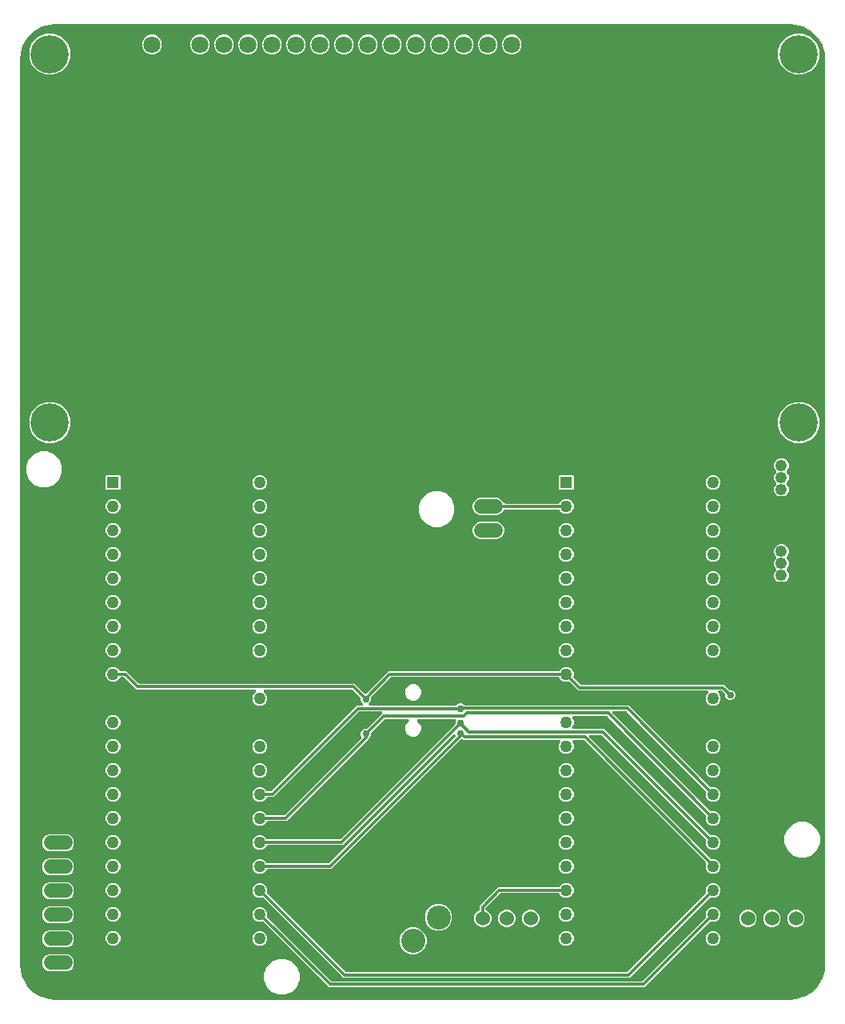
<source format=gbr>
G04 EAGLE Gerber RS-274X export*
G75*
%MOMM*%
%FSLAX34Y34*%
%LPD*%
%INBottom Copper*%
%IPPOS*%
%AMOC8*
5,1,8,0,0,1.08239X$1,22.5*%
G01*
%ADD10R,1.267000X1.267000*%
%ADD11C,1.267000*%
%ADD12C,1.530000*%
%ADD13C,2.550000*%
%ADD14R,1.248000X1.248000*%
%ADD15C,1.248000*%
%ADD16C,1.524000*%
%ADD17C,1.800000*%
%ADD18C,4.050000*%
%ADD19C,0.756400*%
%ADD20C,0.304800*%

G36*
X400036Y-386185D02*
X400036Y-386185D01*
X400100Y-386186D01*
X404624Y-385889D01*
X404651Y-385885D01*
X404678Y-385885D01*
X404919Y-385841D01*
X413660Y-383499D01*
X413732Y-383470D01*
X413807Y-383451D01*
X413940Y-383388D01*
X413984Y-383370D01*
X414001Y-383359D01*
X414028Y-383346D01*
X421865Y-378822D01*
X421927Y-378776D01*
X421994Y-378738D01*
X422107Y-378642D01*
X422145Y-378614D01*
X422158Y-378599D01*
X422180Y-378579D01*
X428579Y-372180D01*
X428627Y-372120D01*
X428683Y-372066D01*
X428767Y-371945D01*
X428796Y-371907D01*
X428805Y-371890D01*
X428822Y-371865D01*
X433346Y-364028D01*
X433372Y-363968D01*
X433373Y-363967D01*
X433376Y-363958D01*
X433415Y-363893D01*
X433416Y-363892D01*
X433417Y-363891D01*
X433466Y-363751D01*
X433485Y-363708D01*
X433488Y-363689D01*
X433499Y-363660D01*
X435841Y-354919D01*
X435845Y-354892D01*
X435854Y-354866D01*
X435889Y-354624D01*
X436186Y-350100D01*
X436184Y-350063D01*
X436189Y-350000D01*
X436189Y610000D01*
X436185Y610036D01*
X436185Y610042D01*
X436187Y610068D01*
X436186Y610079D01*
X436186Y610100D01*
X435889Y614624D01*
X435885Y614651D01*
X435885Y614678D01*
X435841Y614919D01*
X433499Y623660D01*
X433470Y623732D01*
X433451Y623807D01*
X433388Y623940D01*
X433370Y623984D01*
X433359Y624001D01*
X433346Y624028D01*
X428822Y631865D01*
X428776Y631927D01*
X428738Y631994D01*
X428642Y632107D01*
X428614Y632145D01*
X428599Y632158D01*
X428579Y632180D01*
X422180Y638579D01*
X422120Y638627D01*
X422066Y638683D01*
X421945Y638767D01*
X421907Y638796D01*
X421890Y638805D01*
X421865Y638822D01*
X414028Y643346D01*
X413957Y643377D01*
X413891Y643417D01*
X413751Y643466D01*
X413708Y643485D01*
X413689Y643488D01*
X413660Y643499D01*
X404919Y645841D01*
X404892Y645845D01*
X404866Y645854D01*
X404624Y645889D01*
X400100Y646186D01*
X400063Y646184D01*
X400000Y646189D01*
X-380000Y646189D01*
X-380036Y646185D01*
X-380100Y646186D01*
X-384624Y645889D01*
X-384651Y645885D01*
X-384678Y645885D01*
X-384919Y645841D01*
X-393660Y643499D01*
X-393732Y643470D01*
X-393807Y643451D01*
X-393940Y643388D01*
X-393984Y643370D01*
X-394001Y643359D01*
X-394028Y643346D01*
X-401865Y638822D01*
X-401927Y638776D01*
X-401994Y638738D01*
X-402107Y638642D01*
X-402145Y638614D01*
X-402158Y638599D01*
X-402180Y638579D01*
X-408579Y632180D01*
X-408627Y632120D01*
X-408683Y632066D01*
X-408767Y631945D01*
X-408796Y631907D01*
X-408805Y631890D01*
X-408822Y631865D01*
X-413346Y624028D01*
X-413377Y623957D01*
X-413417Y623891D01*
X-413466Y623751D01*
X-413485Y623708D01*
X-413488Y623689D01*
X-413499Y623660D01*
X-415841Y614919D01*
X-415845Y614892D01*
X-415854Y614866D01*
X-415889Y614624D01*
X-416186Y610100D01*
X-416184Y610063D01*
X-416189Y610000D01*
X-416189Y-350000D01*
X-416185Y-350036D01*
X-416186Y-350100D01*
X-415889Y-354624D01*
X-415885Y-354651D01*
X-415885Y-354678D01*
X-415841Y-354919D01*
X-413499Y-363660D01*
X-413470Y-363732D01*
X-413451Y-363807D01*
X-413388Y-363940D01*
X-413370Y-363984D01*
X-413359Y-364001D01*
X-413346Y-364028D01*
X-408822Y-371865D01*
X-408776Y-371927D01*
X-408738Y-371994D01*
X-408642Y-372107D01*
X-408614Y-372145D01*
X-408599Y-372158D01*
X-408579Y-372180D01*
X-402180Y-378579D01*
X-402120Y-378627D01*
X-402066Y-378683D01*
X-401945Y-378767D01*
X-401907Y-378796D01*
X-401890Y-378805D01*
X-401865Y-378822D01*
X-394028Y-383346D01*
X-393957Y-383377D01*
X-393891Y-383417D01*
X-393751Y-383466D01*
X-393708Y-383485D01*
X-393689Y-383488D01*
X-393660Y-383499D01*
X-384919Y-385841D01*
X-384892Y-385845D01*
X-384866Y-385854D01*
X-384624Y-385889D01*
X-380100Y-386186D01*
X-380063Y-386184D01*
X-380000Y-386189D01*
X400000Y-386189D01*
X400036Y-386185D01*
G37*
%LPC*%
G36*
X-163773Y-252960D02*
X-163773Y-252960D01*
X-166662Y-251763D01*
X-168873Y-249552D01*
X-170070Y-246663D01*
X-170070Y-243537D01*
X-168873Y-240648D01*
X-166662Y-238437D01*
X-163773Y-237240D01*
X-160647Y-237240D01*
X-157758Y-238437D01*
X-155547Y-240648D01*
X-155355Y-241111D01*
X-155318Y-241178D01*
X-155290Y-241249D01*
X-155234Y-241330D01*
X-155186Y-241416D01*
X-155134Y-241472D01*
X-155091Y-241535D01*
X-155018Y-241601D01*
X-154952Y-241674D01*
X-154889Y-241717D01*
X-154832Y-241768D01*
X-154746Y-241816D01*
X-154665Y-241872D01*
X-154594Y-241900D01*
X-154527Y-241937D01*
X-154432Y-241964D01*
X-154341Y-242000D01*
X-154265Y-242011D01*
X-154191Y-242032D01*
X-154043Y-242044D01*
X-153996Y-242051D01*
X-153977Y-242049D01*
X-153948Y-242051D01*
X-89994Y-242051D01*
X-89868Y-242037D01*
X-89742Y-242030D01*
X-89696Y-242017D01*
X-89648Y-242011D01*
X-89529Y-241969D01*
X-89407Y-241934D01*
X-89365Y-241910D01*
X-89319Y-241894D01*
X-89213Y-241825D01*
X-89103Y-241764D01*
X-89057Y-241724D01*
X-89027Y-241705D01*
X-88993Y-241670D01*
X-88917Y-241605D01*
X44542Y-108147D01*
X44589Y-108087D01*
X44644Y-108034D01*
X44697Y-107951D01*
X44758Y-107874D01*
X44791Y-107805D01*
X44832Y-107740D01*
X44865Y-107648D01*
X44907Y-107559D01*
X44923Y-107484D01*
X44949Y-107412D01*
X44960Y-107314D01*
X44981Y-107218D01*
X44979Y-107142D01*
X44988Y-107066D01*
X44976Y-106968D01*
X44975Y-106870D01*
X44956Y-106796D01*
X44947Y-106720D01*
X44901Y-106577D01*
X44890Y-106532D01*
X44881Y-106515D01*
X44872Y-106487D01*
X44852Y-106438D01*
X44779Y-106307D01*
X44710Y-106173D01*
X44694Y-106155D01*
X44683Y-106134D01*
X44582Y-106022D01*
X44484Y-105908D01*
X44465Y-105893D01*
X44448Y-105876D01*
X44325Y-105790D01*
X44204Y-105701D01*
X44182Y-105691D01*
X44162Y-105677D01*
X44022Y-105622D01*
X43884Y-105563D01*
X43860Y-105558D01*
X43837Y-105550D01*
X43689Y-105528D01*
X43541Y-105501D01*
X43517Y-105502D01*
X43493Y-105499D01*
X43343Y-105511D01*
X43193Y-105519D01*
X43170Y-105526D01*
X43145Y-105528D01*
X43002Y-105574D01*
X42858Y-105615D01*
X42837Y-105627D01*
X42814Y-105635D01*
X42685Y-105712D01*
X42554Y-105786D01*
X42531Y-105805D01*
X42515Y-105814D01*
X42481Y-105847D01*
X42367Y-105944D01*
X-72205Y-220517D01*
X-74437Y-222749D01*
X-153948Y-222749D01*
X-154024Y-222757D01*
X-154100Y-222756D01*
X-154196Y-222777D01*
X-154294Y-222789D01*
X-154366Y-222814D01*
X-154441Y-222831D01*
X-154529Y-222873D01*
X-154622Y-222906D01*
X-154686Y-222948D01*
X-154755Y-222980D01*
X-154832Y-223042D01*
X-154915Y-223095D01*
X-154968Y-223150D01*
X-155028Y-223198D01*
X-155089Y-223275D01*
X-155157Y-223346D01*
X-155196Y-223411D01*
X-155244Y-223471D01*
X-155312Y-223604D01*
X-155336Y-223645D01*
X-155342Y-223663D01*
X-155355Y-223689D01*
X-155547Y-224152D01*
X-157758Y-226363D01*
X-160647Y-227560D01*
X-163773Y-227560D01*
X-166662Y-226363D01*
X-168873Y-224152D01*
X-170070Y-221263D01*
X-170070Y-218137D01*
X-168873Y-215248D01*
X-166662Y-213037D01*
X-163773Y-211840D01*
X-160647Y-211840D01*
X-157758Y-213037D01*
X-155547Y-215248D01*
X-155355Y-215711D01*
X-155318Y-215778D01*
X-155290Y-215849D01*
X-155234Y-215930D01*
X-155186Y-216016D01*
X-155134Y-216072D01*
X-155091Y-216135D01*
X-155018Y-216201D01*
X-154952Y-216274D01*
X-154889Y-216317D01*
X-154832Y-216368D01*
X-154746Y-216416D01*
X-154665Y-216472D01*
X-154594Y-216500D01*
X-154527Y-216537D01*
X-154432Y-216564D01*
X-154341Y-216600D01*
X-154265Y-216611D01*
X-154191Y-216632D01*
X-154043Y-216644D01*
X-153996Y-216651D01*
X-153977Y-216649D01*
X-153948Y-216651D01*
X-77594Y-216651D01*
X-77468Y-216637D01*
X-77342Y-216630D01*
X-77296Y-216617D01*
X-77248Y-216611D01*
X-77129Y-216569D01*
X-77007Y-216534D01*
X-76965Y-216510D01*
X-76919Y-216494D01*
X-76813Y-216425D01*
X-76703Y-216364D01*
X-76657Y-216324D01*
X-76627Y-216305D01*
X-76593Y-216270D01*
X-76517Y-216205D01*
X44247Y-95441D01*
X44326Y-95342D01*
X44410Y-95248D01*
X44434Y-95206D01*
X44464Y-95168D01*
X44518Y-95054D01*
X44579Y-94943D01*
X44592Y-94897D01*
X44613Y-94853D01*
X44639Y-94730D01*
X44674Y-94608D01*
X44679Y-94547D01*
X44686Y-94512D01*
X44685Y-94464D01*
X44693Y-94364D01*
X44693Y-92944D01*
X45435Y-91155D01*
X45476Y-91010D01*
X45522Y-90867D01*
X45524Y-90843D01*
X45530Y-90820D01*
X45538Y-90669D01*
X45550Y-90520D01*
X45546Y-90496D01*
X45547Y-90472D01*
X45520Y-90324D01*
X45498Y-90175D01*
X45489Y-90153D01*
X45485Y-90129D01*
X45425Y-89991D01*
X45369Y-89851D01*
X45355Y-89831D01*
X45346Y-89809D01*
X45256Y-89688D01*
X45170Y-89565D01*
X45152Y-89549D01*
X45138Y-89529D01*
X45023Y-89432D01*
X44911Y-89332D01*
X44890Y-89320D01*
X44872Y-89304D01*
X44738Y-89236D01*
X44606Y-89163D01*
X44583Y-89157D01*
X44562Y-89146D01*
X44416Y-89109D01*
X44271Y-89068D01*
X44242Y-89066D01*
X44223Y-89061D01*
X44176Y-89061D01*
X44027Y-89049D01*
X5924Y-89049D01*
X5824Y-89060D01*
X5724Y-89062D01*
X5652Y-89080D01*
X5578Y-89089D01*
X5484Y-89122D01*
X5386Y-89147D01*
X5320Y-89181D01*
X5250Y-89206D01*
X5166Y-89261D01*
X5076Y-89307D01*
X5020Y-89355D01*
X4957Y-89395D01*
X4887Y-89467D01*
X4811Y-89532D01*
X4767Y-89592D01*
X4715Y-89646D01*
X4663Y-89732D01*
X4604Y-89813D01*
X4574Y-89881D01*
X4536Y-89945D01*
X4506Y-90041D01*
X4466Y-90133D01*
X4453Y-90206D01*
X4430Y-90277D01*
X4422Y-90377D01*
X4404Y-90476D01*
X4408Y-90550D01*
X4402Y-90624D01*
X4417Y-90724D01*
X4422Y-90824D01*
X4443Y-90895D01*
X4454Y-90969D01*
X4491Y-91062D01*
X4519Y-91159D01*
X4555Y-91224D01*
X4582Y-91293D01*
X4640Y-91375D01*
X4689Y-91463D01*
X4754Y-91539D01*
X4781Y-91579D01*
X4808Y-91603D01*
X4847Y-91649D01*
X7342Y-94144D01*
X8661Y-97327D01*
X8661Y-100773D01*
X7342Y-103956D01*
X4906Y-106392D01*
X1723Y-107711D01*
X-1723Y-107711D01*
X-4906Y-106392D01*
X-7342Y-103956D01*
X-8661Y-100773D01*
X-8661Y-97327D01*
X-7342Y-94144D01*
X-4847Y-91649D01*
X-4785Y-91571D01*
X-4715Y-91498D01*
X-4677Y-91434D01*
X-4631Y-91376D01*
X-4588Y-91285D01*
X-4536Y-91199D01*
X-4513Y-91128D01*
X-4482Y-91061D01*
X-4461Y-90963D01*
X-4430Y-90867D01*
X-4424Y-90793D01*
X-4408Y-90720D01*
X-4410Y-90620D01*
X-4402Y-90520D01*
X-4413Y-90446D01*
X-4414Y-90372D01*
X-4439Y-90275D01*
X-4454Y-90175D01*
X-4481Y-90106D01*
X-4499Y-90034D01*
X-4545Y-89945D01*
X-4582Y-89851D01*
X-4625Y-89790D01*
X-4659Y-89724D01*
X-4724Y-89648D01*
X-4781Y-89565D01*
X-4836Y-89515D01*
X-4885Y-89459D01*
X-4966Y-89399D01*
X-5040Y-89332D01*
X-5105Y-89296D01*
X-5165Y-89251D01*
X-5257Y-89212D01*
X-5345Y-89163D01*
X-5417Y-89143D01*
X-5485Y-89113D01*
X-5584Y-89096D01*
X-5681Y-89068D01*
X-5781Y-89060D01*
X-5828Y-89052D01*
X-5864Y-89054D01*
X-5924Y-89049D01*
X-29106Y-89049D01*
X-29232Y-89063D01*
X-29358Y-89070D01*
X-29404Y-89083D01*
X-29452Y-89089D01*
X-29571Y-89131D01*
X-29693Y-89166D01*
X-29735Y-89190D01*
X-29781Y-89206D01*
X-29887Y-89275D01*
X-29997Y-89336D01*
X-30043Y-89376D01*
X-30073Y-89395D01*
X-30107Y-89430D01*
X-30183Y-89495D01*
X-44247Y-103559D01*
X-44326Y-103658D01*
X-44410Y-103752D01*
X-44434Y-103794D01*
X-44464Y-103832D01*
X-44518Y-103946D01*
X-44579Y-104057D01*
X-44592Y-104103D01*
X-44613Y-104147D01*
X-44639Y-104270D01*
X-44674Y-104392D01*
X-44679Y-104453D01*
X-44686Y-104488D01*
X-44685Y-104536D01*
X-44693Y-104636D01*
X-44693Y-106056D01*
X-45501Y-108006D01*
X-46505Y-109010D01*
X-46584Y-109109D01*
X-46668Y-109203D01*
X-46692Y-109245D01*
X-46722Y-109283D01*
X-46776Y-109397D01*
X-46837Y-109508D01*
X-46850Y-109554D01*
X-46871Y-109598D01*
X-46897Y-109721D01*
X-46932Y-109843D01*
X-46937Y-109904D01*
X-46944Y-109939D01*
X-46943Y-109987D01*
X-46951Y-110087D01*
X-46951Y-110353D01*
X-49183Y-112585D01*
X-131715Y-195117D01*
X-133947Y-197349D01*
X-153948Y-197349D01*
X-154024Y-197357D01*
X-154100Y-197356D01*
X-154196Y-197377D01*
X-154294Y-197389D01*
X-154366Y-197414D01*
X-154441Y-197431D01*
X-154529Y-197473D01*
X-154622Y-197506D01*
X-154686Y-197548D01*
X-154755Y-197580D01*
X-154832Y-197642D01*
X-154915Y-197695D01*
X-154968Y-197750D01*
X-155028Y-197798D01*
X-155089Y-197875D01*
X-155157Y-197946D01*
X-155196Y-198011D01*
X-155244Y-198071D01*
X-155312Y-198204D01*
X-155336Y-198245D01*
X-155342Y-198263D01*
X-155355Y-198289D01*
X-155547Y-198752D01*
X-157758Y-200963D01*
X-160647Y-202160D01*
X-163773Y-202160D01*
X-166662Y-200963D01*
X-168873Y-198752D01*
X-170070Y-195863D01*
X-170070Y-192737D01*
X-168873Y-189848D01*
X-166662Y-187637D01*
X-163773Y-186440D01*
X-160647Y-186440D01*
X-157758Y-187637D01*
X-155547Y-189848D01*
X-155355Y-190311D01*
X-155320Y-190374D01*
X-155305Y-190411D01*
X-155304Y-190413D01*
X-155290Y-190449D01*
X-155234Y-190530D01*
X-155186Y-190616D01*
X-155134Y-190672D01*
X-155091Y-190735D01*
X-155018Y-190801D01*
X-154952Y-190874D01*
X-154889Y-190917D01*
X-154832Y-190968D01*
X-154746Y-191016D01*
X-154665Y-191072D01*
X-154594Y-191100D01*
X-154527Y-191137D01*
X-154432Y-191164D01*
X-154341Y-191200D01*
X-154265Y-191211D01*
X-154191Y-191232D01*
X-154043Y-191244D01*
X-153996Y-191251D01*
X-153977Y-191249D01*
X-153948Y-191251D01*
X-137104Y-191251D01*
X-136978Y-191237D01*
X-136852Y-191230D01*
X-136806Y-191217D01*
X-136758Y-191211D01*
X-136639Y-191169D01*
X-136517Y-191134D01*
X-136475Y-191110D01*
X-136429Y-191094D01*
X-136323Y-191025D01*
X-136213Y-190964D01*
X-136167Y-190924D01*
X-136137Y-190905D01*
X-136103Y-190870D01*
X-136101Y-190869D01*
X-136099Y-190867D01*
X-136096Y-190864D01*
X-136027Y-190805D01*
X-54846Y-109625D01*
X-54799Y-109565D01*
X-54744Y-109511D01*
X-54691Y-109429D01*
X-54630Y-109352D01*
X-54597Y-109282D01*
X-54556Y-109218D01*
X-54523Y-109125D01*
X-54481Y-109037D01*
X-54465Y-108962D01*
X-54439Y-108890D01*
X-54428Y-108792D01*
X-54407Y-108696D01*
X-54409Y-108620D01*
X-54400Y-108543D01*
X-54412Y-108446D01*
X-54413Y-108347D01*
X-54432Y-108273D01*
X-54441Y-108197D01*
X-54487Y-108055D01*
X-54498Y-108009D01*
X-54507Y-107992D01*
X-54516Y-107965D01*
X-55307Y-106056D01*
X-55307Y-103944D01*
X-54499Y-101994D01*
X-53006Y-100501D01*
X-51056Y-99693D01*
X-49636Y-99693D01*
X-49510Y-99679D01*
X-49384Y-99672D01*
X-49338Y-99659D01*
X-49290Y-99653D01*
X-49171Y-99611D01*
X-49049Y-99576D01*
X-49007Y-99552D01*
X-48961Y-99536D01*
X-48855Y-99467D01*
X-48745Y-99406D01*
X-48699Y-99366D01*
X-48669Y-99347D01*
X-48635Y-99312D01*
X-48559Y-99247D01*
X-34495Y-85184D01*
X-34495Y-85183D01*
X-32961Y-83649D01*
X-32898Y-83570D01*
X-32828Y-83498D01*
X-32790Y-83434D01*
X-32744Y-83376D01*
X-32701Y-83285D01*
X-32650Y-83199D01*
X-32627Y-83128D01*
X-32595Y-83061D01*
X-32574Y-82963D01*
X-32543Y-82867D01*
X-32537Y-82793D01*
X-32522Y-82720D01*
X-32523Y-82620D01*
X-32515Y-82520D01*
X-32526Y-82446D01*
X-32528Y-82372D01*
X-32552Y-82275D01*
X-32567Y-82175D01*
X-32595Y-82106D01*
X-32613Y-82034D01*
X-32659Y-81945D01*
X-32696Y-81851D01*
X-32738Y-81790D01*
X-32772Y-81724D01*
X-32837Y-81648D01*
X-32895Y-81565D01*
X-32950Y-81515D01*
X-32998Y-81459D01*
X-33079Y-81399D01*
X-33154Y-81332D01*
X-33219Y-81296D01*
X-33278Y-81251D01*
X-33371Y-81212D01*
X-33459Y-81163D01*
X-33530Y-81143D01*
X-33598Y-81113D01*
X-33697Y-81096D01*
X-33794Y-81068D01*
X-33894Y-81060D01*
X-33941Y-81052D01*
X-33977Y-81054D01*
X-34038Y-81049D01*
X-56416Y-81049D01*
X-56542Y-81063D01*
X-56668Y-81070D01*
X-56714Y-81083D01*
X-56762Y-81089D01*
X-56881Y-81131D01*
X-57003Y-81166D01*
X-57045Y-81190D01*
X-57091Y-81206D01*
X-57197Y-81275D01*
X-57307Y-81336D01*
X-57353Y-81376D01*
X-57383Y-81395D01*
X-57417Y-81430D01*
X-57493Y-81495D01*
X-147947Y-171949D01*
X-153948Y-171949D01*
X-154024Y-171957D01*
X-154100Y-171956D01*
X-154196Y-171977D01*
X-154294Y-171989D01*
X-154366Y-172014D01*
X-154441Y-172031D01*
X-154529Y-172073D01*
X-154622Y-172106D01*
X-154686Y-172148D01*
X-154755Y-172180D01*
X-154832Y-172242D01*
X-154915Y-172295D01*
X-154968Y-172350D01*
X-155028Y-172398D01*
X-155089Y-172475D01*
X-155157Y-172546D01*
X-155196Y-172611D01*
X-155244Y-172671D01*
X-155312Y-172804D01*
X-155336Y-172845D01*
X-155342Y-172863D01*
X-155355Y-172889D01*
X-155547Y-173352D01*
X-157758Y-175563D01*
X-160647Y-176760D01*
X-163773Y-176760D01*
X-166662Y-175563D01*
X-168873Y-173352D01*
X-170070Y-170463D01*
X-170070Y-167337D01*
X-168873Y-164448D01*
X-166662Y-162237D01*
X-163773Y-161040D01*
X-160647Y-161040D01*
X-157758Y-162237D01*
X-155547Y-164448D01*
X-155355Y-164911D01*
X-155318Y-164978D01*
X-155290Y-165049D01*
X-155234Y-165130D01*
X-155186Y-165216D01*
X-155134Y-165272D01*
X-155091Y-165335D01*
X-155018Y-165401D01*
X-154952Y-165474D01*
X-154889Y-165517D01*
X-154832Y-165568D01*
X-154746Y-165616D01*
X-154665Y-165672D01*
X-154594Y-165700D01*
X-154527Y-165737D01*
X-154432Y-165764D01*
X-154341Y-165800D01*
X-154265Y-165811D01*
X-154191Y-165832D01*
X-154043Y-165844D01*
X-153996Y-165851D01*
X-153977Y-165849D01*
X-153948Y-165851D01*
X-151104Y-165851D01*
X-150978Y-165837D01*
X-150852Y-165830D01*
X-150806Y-165817D01*
X-150758Y-165811D01*
X-150639Y-165769D01*
X-150517Y-165734D01*
X-150475Y-165710D01*
X-150429Y-165694D01*
X-150323Y-165625D01*
X-150213Y-165564D01*
X-150167Y-165524D01*
X-150137Y-165505D01*
X-150103Y-165470D01*
X-150027Y-165405D01*
X-59573Y-74951D01*
X-54231Y-74951D01*
X-54131Y-74940D01*
X-54031Y-74938D01*
X-53959Y-74920D01*
X-53885Y-74911D01*
X-53790Y-74878D01*
X-53693Y-74853D01*
X-53627Y-74819D01*
X-53557Y-74794D01*
X-53472Y-74739D01*
X-53383Y-74693D01*
X-53326Y-74645D01*
X-53264Y-74605D01*
X-53194Y-74533D01*
X-53118Y-74468D01*
X-53073Y-74408D01*
X-53022Y-74354D01*
X-52970Y-74268D01*
X-52910Y-74187D01*
X-52881Y-74119D01*
X-52843Y-74055D01*
X-52812Y-73959D01*
X-52772Y-73867D01*
X-52759Y-73794D01*
X-52737Y-73723D01*
X-52729Y-73623D01*
X-52711Y-73524D01*
X-52715Y-73450D01*
X-52709Y-73376D01*
X-52724Y-73276D01*
X-52729Y-73176D01*
X-52749Y-73105D01*
X-52760Y-73031D01*
X-52797Y-72938D01*
X-52825Y-72841D01*
X-52862Y-72776D01*
X-52889Y-72707D01*
X-52946Y-72625D01*
X-52995Y-72537D01*
X-53061Y-72461D01*
X-53088Y-72421D01*
X-53114Y-72397D01*
X-53154Y-72351D01*
X-54499Y-71006D01*
X-55307Y-69056D01*
X-55307Y-67636D01*
X-55321Y-67510D01*
X-55328Y-67384D01*
X-55341Y-67338D01*
X-55347Y-67290D01*
X-55389Y-67171D01*
X-55424Y-67049D01*
X-55448Y-67007D01*
X-55464Y-66961D01*
X-55533Y-66855D01*
X-55594Y-66745D01*
X-55634Y-66699D01*
X-55653Y-66669D01*
X-55688Y-66635D01*
X-55753Y-66559D01*
X-63817Y-58495D01*
X-63916Y-58416D01*
X-64010Y-58332D01*
X-64052Y-58308D01*
X-64090Y-58278D01*
X-64204Y-58224D01*
X-64315Y-58163D01*
X-64361Y-58150D01*
X-64405Y-58129D01*
X-64528Y-58103D01*
X-64650Y-58068D01*
X-64711Y-58063D01*
X-64746Y-58056D01*
X-64794Y-58057D01*
X-64894Y-58049D01*
X-156668Y-58049D01*
X-156768Y-58060D01*
X-156869Y-58062D01*
X-156941Y-58080D01*
X-157015Y-58089D01*
X-157109Y-58122D01*
X-157207Y-58147D01*
X-157273Y-58181D01*
X-157343Y-58206D01*
X-157427Y-58261D01*
X-157516Y-58307D01*
X-157573Y-58355D01*
X-157636Y-58395D01*
X-157706Y-58467D01*
X-157782Y-58532D01*
X-157826Y-58592D01*
X-157878Y-58646D01*
X-157929Y-58732D01*
X-157989Y-58813D01*
X-158018Y-58881D01*
X-158057Y-58945D01*
X-158087Y-59041D01*
X-158127Y-59133D01*
X-158140Y-59206D01*
X-158163Y-59277D01*
X-158171Y-59377D01*
X-158189Y-59476D01*
X-158185Y-59550D01*
X-158191Y-59624D01*
X-158176Y-59724D01*
X-158171Y-59824D01*
X-158150Y-59895D01*
X-158139Y-59969D01*
X-158102Y-60062D01*
X-158074Y-60159D01*
X-158038Y-60224D01*
X-158010Y-60293D01*
X-157953Y-60375D01*
X-157904Y-60463D01*
X-157839Y-60539D01*
X-157811Y-60579D01*
X-157785Y-60603D01*
X-157746Y-60649D01*
X-155547Y-62848D01*
X-154350Y-65737D01*
X-154350Y-68863D01*
X-155547Y-71752D01*
X-157758Y-73963D01*
X-160647Y-75160D01*
X-163773Y-75160D01*
X-166662Y-73963D01*
X-168873Y-71752D01*
X-170070Y-68863D01*
X-170070Y-65737D01*
X-168873Y-62848D01*
X-166674Y-60649D01*
X-166612Y-60571D01*
X-166542Y-60498D01*
X-166504Y-60434D01*
X-166458Y-60376D01*
X-166415Y-60285D01*
X-166363Y-60199D01*
X-166341Y-60128D01*
X-166309Y-60061D01*
X-166288Y-59963D01*
X-166257Y-59867D01*
X-166251Y-59793D01*
X-166236Y-59720D01*
X-166237Y-59620D01*
X-166229Y-59520D01*
X-166240Y-59446D01*
X-166241Y-59372D01*
X-166266Y-59275D01*
X-166281Y-59175D01*
X-166308Y-59106D01*
X-166326Y-59034D01*
X-166372Y-58945D01*
X-166410Y-58851D01*
X-166452Y-58790D01*
X-166486Y-58724D01*
X-166551Y-58648D01*
X-166609Y-58565D01*
X-166664Y-58515D01*
X-166712Y-58459D01*
X-166793Y-58399D01*
X-166867Y-58332D01*
X-166932Y-58296D01*
X-166992Y-58251D01*
X-167084Y-58212D01*
X-167172Y-58163D01*
X-167244Y-58143D01*
X-167312Y-58113D01*
X-167411Y-58096D01*
X-167508Y-58068D01*
X-167608Y-58060D01*
X-167655Y-58052D01*
X-167691Y-58054D01*
X-167752Y-58049D01*
X-292953Y-58049D01*
X-305607Y-45395D01*
X-305706Y-45316D01*
X-305800Y-45232D01*
X-305842Y-45208D01*
X-305880Y-45178D01*
X-305994Y-45124D01*
X-306105Y-45063D01*
X-306151Y-45050D01*
X-306195Y-45029D01*
X-306318Y-45003D01*
X-306440Y-44968D01*
X-306501Y-44963D01*
X-306536Y-44956D01*
X-306584Y-44957D01*
X-306684Y-44949D01*
X-309528Y-44949D01*
X-309604Y-44957D01*
X-309680Y-44956D01*
X-309776Y-44977D01*
X-309874Y-44989D01*
X-309946Y-45014D01*
X-310021Y-45031D01*
X-310109Y-45073D01*
X-310202Y-45106D01*
X-310266Y-45148D01*
X-310335Y-45180D01*
X-310412Y-45242D01*
X-310495Y-45295D01*
X-310548Y-45350D01*
X-310608Y-45398D01*
X-310669Y-45475D01*
X-310737Y-45546D01*
X-310776Y-45611D01*
X-310824Y-45671D01*
X-310892Y-45804D01*
X-310916Y-45845D01*
X-310922Y-45863D01*
X-310927Y-45874D01*
X-310929Y-45877D01*
X-310930Y-45879D01*
X-310935Y-45889D01*
X-311127Y-46352D01*
X-313338Y-48563D01*
X-316227Y-49760D01*
X-319353Y-49760D01*
X-322242Y-48563D01*
X-324453Y-46352D01*
X-325650Y-43463D01*
X-325650Y-40337D01*
X-324453Y-37448D01*
X-322242Y-35237D01*
X-319353Y-34040D01*
X-316227Y-34040D01*
X-313338Y-35237D01*
X-311127Y-37448D01*
X-310935Y-37911D01*
X-310898Y-37978D01*
X-310870Y-38049D01*
X-310814Y-38130D01*
X-310766Y-38216D01*
X-310714Y-38272D01*
X-310671Y-38335D01*
X-310598Y-38401D01*
X-310532Y-38474D01*
X-310469Y-38517D01*
X-310412Y-38568D01*
X-310326Y-38616D01*
X-310245Y-38672D01*
X-310174Y-38700D01*
X-310107Y-38737D01*
X-310012Y-38764D01*
X-309921Y-38800D01*
X-309845Y-38811D01*
X-309771Y-38832D01*
X-309623Y-38844D01*
X-309576Y-38851D01*
X-309557Y-38849D01*
X-309528Y-38851D01*
X-303527Y-38851D01*
X-290873Y-51505D01*
X-290774Y-51584D01*
X-290680Y-51668D01*
X-290638Y-51692D01*
X-290600Y-51722D01*
X-290486Y-51776D01*
X-290375Y-51837D01*
X-290329Y-51850D01*
X-290285Y-51871D01*
X-290162Y-51897D01*
X-290040Y-51932D01*
X-289979Y-51937D01*
X-289944Y-51944D01*
X-289896Y-51943D01*
X-289796Y-51951D01*
X-61737Y-51951D01*
X-59505Y-54183D01*
X-51577Y-62111D01*
X-51557Y-62128D01*
X-51540Y-62148D01*
X-51420Y-62236D01*
X-51304Y-62328D01*
X-51280Y-62339D01*
X-51259Y-62355D01*
X-51123Y-62414D01*
X-50989Y-62477D01*
X-50963Y-62482D01*
X-50939Y-62493D01*
X-50793Y-62519D01*
X-50648Y-62550D01*
X-50622Y-62550D01*
X-50596Y-62554D01*
X-50448Y-62547D01*
X-50300Y-62544D01*
X-50274Y-62538D01*
X-50248Y-62537D01*
X-50106Y-62495D01*
X-49962Y-62459D01*
X-49939Y-62447D01*
X-49913Y-62440D01*
X-49784Y-62368D01*
X-49652Y-62300D01*
X-49632Y-62283D01*
X-49609Y-62270D01*
X-49423Y-62111D01*
X-26163Y-38851D01*
X153948Y-38851D01*
X154024Y-38843D01*
X154100Y-38844D01*
X154196Y-38823D01*
X154294Y-38811D01*
X154366Y-38786D01*
X154441Y-38769D01*
X154529Y-38727D01*
X154622Y-38694D01*
X154686Y-38652D01*
X154755Y-38620D01*
X154832Y-38558D01*
X154915Y-38505D01*
X154968Y-38450D01*
X155028Y-38402D01*
X155089Y-38325D01*
X155157Y-38254D01*
X155196Y-38189D01*
X155244Y-38129D01*
X155312Y-37996D01*
X155336Y-37955D01*
X155342Y-37937D01*
X155355Y-37911D01*
X155547Y-37448D01*
X157758Y-35237D01*
X160647Y-34040D01*
X163773Y-34040D01*
X166662Y-35237D01*
X168873Y-37448D01*
X170070Y-40337D01*
X170070Y-43463D01*
X169878Y-43926D01*
X169857Y-44000D01*
X169827Y-44070D01*
X169809Y-44167D01*
X169782Y-44262D01*
X169779Y-44338D01*
X169765Y-44413D01*
X169770Y-44512D01*
X169765Y-44610D01*
X169779Y-44685D01*
X169783Y-44761D01*
X169810Y-44856D01*
X169828Y-44953D01*
X169858Y-45023D01*
X169879Y-45096D01*
X169928Y-45182D01*
X169967Y-45272D01*
X170012Y-45334D01*
X170050Y-45400D01*
X170146Y-45514D01*
X170175Y-45552D01*
X170189Y-45564D01*
X170208Y-45587D01*
X177127Y-52505D01*
X177226Y-52584D01*
X177320Y-52668D01*
X177362Y-52692D01*
X177400Y-52722D01*
X177514Y-52776D01*
X177625Y-52837D01*
X177671Y-52850D01*
X177715Y-52871D01*
X177838Y-52897D01*
X177960Y-52932D01*
X178021Y-52937D01*
X178056Y-52944D01*
X178104Y-52943D01*
X178204Y-52951D01*
X329263Y-52951D01*
X334559Y-58247D01*
X334658Y-58326D01*
X334752Y-58410D01*
X334794Y-58434D01*
X334832Y-58464D01*
X334946Y-58518D01*
X335057Y-58579D01*
X335103Y-58592D01*
X335147Y-58613D01*
X335270Y-58639D01*
X335392Y-58674D01*
X335453Y-58679D01*
X335488Y-58686D01*
X335536Y-58685D01*
X335636Y-58693D01*
X337056Y-58693D01*
X339006Y-59501D01*
X340499Y-60994D01*
X341307Y-62944D01*
X341307Y-65056D01*
X340499Y-67006D01*
X339006Y-68499D01*
X337056Y-69307D01*
X334944Y-69307D01*
X332994Y-68499D01*
X331501Y-67006D01*
X330693Y-65056D01*
X330693Y-63636D01*
X330679Y-63510D01*
X330672Y-63384D01*
X330659Y-63338D01*
X330653Y-63290D01*
X330611Y-63171D01*
X330576Y-63049D01*
X330552Y-63007D01*
X330536Y-62961D01*
X330467Y-62855D01*
X330406Y-62745D01*
X330366Y-62699D01*
X330347Y-62669D01*
X330312Y-62635D01*
X330247Y-62559D01*
X327183Y-59495D01*
X327084Y-59416D01*
X326990Y-59332D01*
X326948Y-59308D01*
X326910Y-59278D01*
X326796Y-59224D01*
X326685Y-59163D01*
X326639Y-59150D01*
X326595Y-59129D01*
X326472Y-59103D01*
X326350Y-59068D01*
X326289Y-59063D01*
X326254Y-59056D01*
X326206Y-59057D01*
X326106Y-59049D01*
X324332Y-59049D01*
X324232Y-59060D01*
X324131Y-59062D01*
X324059Y-59080D01*
X323985Y-59089D01*
X323891Y-59122D01*
X323793Y-59147D01*
X323727Y-59181D01*
X323657Y-59206D01*
X323573Y-59261D01*
X323484Y-59307D01*
X323427Y-59355D01*
X323364Y-59395D01*
X323295Y-59467D01*
X323218Y-59532D01*
X323174Y-59592D01*
X323122Y-59646D01*
X323071Y-59732D01*
X323011Y-59813D01*
X322982Y-59881D01*
X322943Y-59945D01*
X322913Y-60041D01*
X322873Y-60133D01*
X322860Y-60206D01*
X322837Y-60277D01*
X322829Y-60377D01*
X322811Y-60476D01*
X322815Y-60550D01*
X322809Y-60624D01*
X322824Y-60724D01*
X322829Y-60824D01*
X322850Y-60895D01*
X322861Y-60969D01*
X322898Y-61062D01*
X322926Y-61159D01*
X322962Y-61224D01*
X322990Y-61293D01*
X323047Y-61375D01*
X323096Y-61463D01*
X323161Y-61539D01*
X323189Y-61579D01*
X323215Y-61603D01*
X323254Y-61649D01*
X324453Y-62848D01*
X325650Y-65737D01*
X325650Y-68863D01*
X324453Y-71752D01*
X322242Y-73963D01*
X319353Y-75160D01*
X316227Y-75160D01*
X313338Y-73963D01*
X311127Y-71752D01*
X309930Y-68863D01*
X309930Y-65737D01*
X311127Y-62848D01*
X312326Y-61649D01*
X312388Y-61570D01*
X312458Y-61498D01*
X312496Y-61434D01*
X312542Y-61376D01*
X312585Y-61285D01*
X312637Y-61199D01*
X312659Y-61128D01*
X312691Y-61061D01*
X312712Y-60963D01*
X312743Y-60867D01*
X312749Y-60793D01*
X312764Y-60720D01*
X312763Y-60620D01*
X312771Y-60520D01*
X312760Y-60446D01*
X312759Y-60372D01*
X312734Y-60275D01*
X312719Y-60175D01*
X312692Y-60106D01*
X312674Y-60034D01*
X312628Y-59945D01*
X312590Y-59851D01*
X312548Y-59790D01*
X312514Y-59724D01*
X312449Y-59648D01*
X312391Y-59565D01*
X312336Y-59515D01*
X312288Y-59459D01*
X312207Y-59399D01*
X312133Y-59332D01*
X312067Y-59296D01*
X312008Y-59251D01*
X311916Y-59212D01*
X311828Y-59163D01*
X311756Y-59143D01*
X311688Y-59113D01*
X311589Y-59096D01*
X311492Y-59068D01*
X311392Y-59060D01*
X311345Y-59052D01*
X311309Y-59054D01*
X311248Y-59049D01*
X175047Y-59049D01*
X165897Y-49898D01*
X165837Y-49851D01*
X165783Y-49796D01*
X165701Y-49743D01*
X165624Y-49681D01*
X165554Y-49649D01*
X165490Y-49608D01*
X165397Y-49575D01*
X165308Y-49533D01*
X165234Y-49517D01*
X165162Y-49491D01*
X165064Y-49480D01*
X164968Y-49459D01*
X164891Y-49461D01*
X164815Y-49452D01*
X164718Y-49463D01*
X164619Y-49465D01*
X164545Y-49484D01*
X164469Y-49493D01*
X164327Y-49539D01*
X164281Y-49550D01*
X164264Y-49559D01*
X164236Y-49568D01*
X163773Y-49760D01*
X160647Y-49760D01*
X157758Y-48563D01*
X155547Y-46352D01*
X155355Y-45889D01*
X155320Y-45826D01*
X155303Y-45784D01*
X155302Y-45782D01*
X155290Y-45751D01*
X155234Y-45670D01*
X155186Y-45584D01*
X155134Y-45528D01*
X155091Y-45465D01*
X155018Y-45399D01*
X154952Y-45326D01*
X154889Y-45283D01*
X154832Y-45232D01*
X154746Y-45184D01*
X154665Y-45128D01*
X154594Y-45100D01*
X154527Y-45063D01*
X154432Y-45036D01*
X154341Y-45000D01*
X154265Y-44989D01*
X154191Y-44968D01*
X154043Y-44956D01*
X153996Y-44949D01*
X153977Y-44951D01*
X153948Y-44949D01*
X-23006Y-44949D01*
X-23132Y-44963D01*
X-23258Y-44970D01*
X-23304Y-44983D01*
X-23352Y-44989D01*
X-23471Y-45031D01*
X-23593Y-45066D01*
X-23635Y-45090D01*
X-23681Y-45106D01*
X-23787Y-45175D01*
X-23897Y-45236D01*
X-23943Y-45276D01*
X-23973Y-45295D01*
X-24003Y-45326D01*
X-24006Y-45328D01*
X-24013Y-45335D01*
X-24083Y-45395D01*
X-44249Y-65560D01*
X-44298Y-65622D01*
X-44354Y-65677D01*
X-44392Y-65737D01*
X-44410Y-65757D01*
X-44423Y-65780D01*
X-44465Y-65833D01*
X-44499Y-65904D01*
X-44541Y-65970D01*
X-44564Y-66035D01*
X-44579Y-66062D01*
X-44587Y-66090D01*
X-44614Y-66148D01*
X-44631Y-66225D01*
X-44657Y-66299D01*
X-44664Y-66363D01*
X-44674Y-66398D01*
X-44677Y-66440D01*
X-44688Y-66489D01*
X-44687Y-66557D01*
X-44690Y-66601D01*
X-44695Y-66646D01*
X-44693Y-66659D01*
X-44693Y-69056D01*
X-45501Y-71006D01*
X-46846Y-72351D01*
X-46909Y-72430D01*
X-46978Y-72502D01*
X-47017Y-72566D01*
X-47063Y-72624D01*
X-47106Y-72715D01*
X-47157Y-72801D01*
X-47180Y-72872D01*
X-47212Y-72939D01*
X-47233Y-73037D01*
X-47263Y-73133D01*
X-47269Y-73207D01*
X-47285Y-73280D01*
X-47283Y-73380D01*
X-47291Y-73480D01*
X-47280Y-73554D01*
X-47279Y-73628D01*
X-47255Y-73725D01*
X-47240Y-73825D01*
X-47212Y-73894D01*
X-47194Y-73966D01*
X-47148Y-74055D01*
X-47111Y-74149D01*
X-47068Y-74210D01*
X-47034Y-74276D01*
X-46969Y-74352D01*
X-46912Y-74435D01*
X-46857Y-74485D01*
X-46809Y-74541D01*
X-46728Y-74601D01*
X-46653Y-74668D01*
X-46588Y-74704D01*
X-46528Y-74749D01*
X-46436Y-74788D01*
X-46348Y-74837D01*
X-46277Y-74857D01*
X-46208Y-74887D01*
X-46109Y-74904D01*
X-46013Y-74932D01*
X-45913Y-74940D01*
X-45865Y-74948D01*
X-45830Y-74946D01*
X-45769Y-74951D01*
X44913Y-74951D01*
X45039Y-74937D01*
X45165Y-74930D01*
X45211Y-74917D01*
X45259Y-74911D01*
X45378Y-74869D01*
X45500Y-74834D01*
X45542Y-74810D01*
X45587Y-74794D01*
X45693Y-74725D01*
X45804Y-74664D01*
X45850Y-74624D01*
X45880Y-74605D01*
X45914Y-74570D01*
X45990Y-74505D01*
X46994Y-73501D01*
X48944Y-72693D01*
X51056Y-72693D01*
X53006Y-73501D01*
X53910Y-74405D01*
X54009Y-74484D01*
X54103Y-74568D01*
X54145Y-74592D01*
X54183Y-74622D01*
X54297Y-74676D01*
X54408Y-74737D01*
X54454Y-74750D01*
X54498Y-74771D01*
X54621Y-74797D01*
X54743Y-74832D01*
X54804Y-74837D01*
X54839Y-74844D01*
X54887Y-74843D01*
X54987Y-74851D01*
X228053Y-74851D01*
X230285Y-77083D01*
X314103Y-160902D01*
X314163Y-160949D01*
X314217Y-161004D01*
X314299Y-161057D01*
X314376Y-161119D01*
X314445Y-161151D01*
X314510Y-161192D01*
X314603Y-161225D01*
X314692Y-161267D01*
X314766Y-161284D01*
X314838Y-161309D01*
X314936Y-161320D01*
X315032Y-161341D01*
X315109Y-161339D01*
X315185Y-161348D01*
X315283Y-161337D01*
X315381Y-161335D01*
X315455Y-161316D01*
X315531Y-161307D01*
X315673Y-161261D01*
X315719Y-161250D01*
X315736Y-161241D01*
X315763Y-161232D01*
X316227Y-161040D01*
X319353Y-161040D01*
X322242Y-162237D01*
X324453Y-164448D01*
X325650Y-167337D01*
X325650Y-170463D01*
X324453Y-173352D01*
X322242Y-175563D01*
X319353Y-176760D01*
X316227Y-176760D01*
X313338Y-175563D01*
X311127Y-173352D01*
X309930Y-170463D01*
X309930Y-167337D01*
X310122Y-166873D01*
X310143Y-166800D01*
X310173Y-166730D01*
X310191Y-166633D01*
X310218Y-166538D01*
X310221Y-166462D01*
X310235Y-166387D01*
X310230Y-166288D01*
X310235Y-166190D01*
X310221Y-166115D01*
X310217Y-166039D01*
X310190Y-165944D01*
X310172Y-165847D01*
X310142Y-165777D01*
X310121Y-165704D01*
X310073Y-165618D01*
X310033Y-165528D01*
X309988Y-165466D01*
X309950Y-165400D01*
X309854Y-165286D01*
X309825Y-165248D01*
X309811Y-165236D01*
X309792Y-165213D01*
X225973Y-81395D01*
X225874Y-81316D01*
X225780Y-81232D01*
X225738Y-81208D01*
X225700Y-81178D01*
X225586Y-81124D01*
X225475Y-81063D01*
X225429Y-81050D01*
X225385Y-81029D01*
X225262Y-81003D01*
X225140Y-80968D01*
X225079Y-80963D01*
X225044Y-80956D01*
X224996Y-80957D01*
X224896Y-80949D01*
X212428Y-80949D01*
X212328Y-80960D01*
X212228Y-80962D01*
X212155Y-80980D01*
X212082Y-80989D01*
X211987Y-81022D01*
X211890Y-81047D01*
X211823Y-81081D01*
X211753Y-81106D01*
X211669Y-81161D01*
X211580Y-81207D01*
X211523Y-81255D01*
X211461Y-81295D01*
X211391Y-81367D01*
X211314Y-81432D01*
X211270Y-81492D01*
X211218Y-81546D01*
X211167Y-81632D01*
X211107Y-81713D01*
X211078Y-81781D01*
X211040Y-81845D01*
X211009Y-81941D01*
X210969Y-82033D01*
X210956Y-82106D01*
X210933Y-82177D01*
X210925Y-82277D01*
X210908Y-82376D01*
X210911Y-82450D01*
X210905Y-82524D01*
X210920Y-82624D01*
X210925Y-82724D01*
X210946Y-82795D01*
X210957Y-82869D01*
X210994Y-82962D01*
X211022Y-83059D01*
X211058Y-83124D01*
X211086Y-83193D01*
X211143Y-83275D01*
X211192Y-83363D01*
X211257Y-83439D01*
X211285Y-83479D01*
X211311Y-83503D01*
X211351Y-83549D01*
X314103Y-186302D01*
X314163Y-186349D01*
X314217Y-186404D01*
X314299Y-186457D01*
X314376Y-186519D01*
X314445Y-186551D01*
X314510Y-186592D01*
X314603Y-186625D01*
X314692Y-186667D01*
X314766Y-186684D01*
X314838Y-186709D01*
X314936Y-186720D01*
X315032Y-186741D01*
X315109Y-186739D01*
X315185Y-186748D01*
X315283Y-186737D01*
X315381Y-186735D01*
X315455Y-186716D01*
X315531Y-186707D01*
X315673Y-186661D01*
X315719Y-186650D01*
X315736Y-186641D01*
X315763Y-186632D01*
X316227Y-186440D01*
X319353Y-186440D01*
X322242Y-187637D01*
X324453Y-189848D01*
X325650Y-192737D01*
X325650Y-195863D01*
X324453Y-198752D01*
X322242Y-200963D01*
X319353Y-202160D01*
X316227Y-202160D01*
X313338Y-200963D01*
X311127Y-198752D01*
X309930Y-195863D01*
X309930Y-192737D01*
X310122Y-192273D01*
X310143Y-192200D01*
X310173Y-192130D01*
X310191Y-192033D01*
X310218Y-191938D01*
X310221Y-191862D01*
X310235Y-191787D01*
X310230Y-191688D01*
X310235Y-191590D01*
X310221Y-191515D01*
X310217Y-191439D01*
X310190Y-191344D01*
X310172Y-191247D01*
X310142Y-191177D01*
X310121Y-191104D01*
X310073Y-191018D01*
X310033Y-190928D01*
X309988Y-190866D01*
X309950Y-190800D01*
X309854Y-190686D01*
X309825Y-190648D01*
X309811Y-190636D01*
X309792Y-190613D01*
X205673Y-86495D01*
X205574Y-86416D01*
X205480Y-86332D01*
X205438Y-86308D01*
X205400Y-86278D01*
X205286Y-86224D01*
X205175Y-86163D01*
X205129Y-86150D01*
X205085Y-86129D01*
X204962Y-86103D01*
X204840Y-86068D01*
X204779Y-86063D01*
X204744Y-86056D01*
X204696Y-86057D01*
X204596Y-86049D01*
X170242Y-86049D01*
X170093Y-86066D01*
X169943Y-86078D01*
X169920Y-86086D01*
X169896Y-86089D01*
X169754Y-86139D01*
X169611Y-86185D01*
X169590Y-86198D01*
X169568Y-86206D01*
X169441Y-86288D01*
X169313Y-86365D01*
X169295Y-86382D01*
X169275Y-86395D01*
X169170Y-86504D01*
X169063Y-86608D01*
X169050Y-86628D01*
X169033Y-86646D01*
X168955Y-86775D01*
X168874Y-86901D01*
X168866Y-86924D01*
X168854Y-86945D01*
X168808Y-87088D01*
X168758Y-87230D01*
X168755Y-87254D01*
X168748Y-87277D01*
X168736Y-87426D01*
X168719Y-87576D01*
X168722Y-87600D01*
X168720Y-87624D01*
X168742Y-87773D01*
X168760Y-87922D01*
X168768Y-87950D01*
X168771Y-87969D01*
X168789Y-88013D01*
X168835Y-88155D01*
X170070Y-91137D01*
X170070Y-94263D01*
X168873Y-97152D01*
X168674Y-97351D01*
X168612Y-97430D01*
X168542Y-97502D01*
X168504Y-97566D01*
X168458Y-97624D01*
X168415Y-97715D01*
X168363Y-97801D01*
X168341Y-97872D01*
X168309Y-97939D01*
X168288Y-98037D01*
X168257Y-98133D01*
X168251Y-98207D01*
X168236Y-98280D01*
X168237Y-98380D01*
X168229Y-98480D01*
X168240Y-98554D01*
X168241Y-98628D01*
X168266Y-98726D01*
X168281Y-98825D01*
X168308Y-98894D01*
X168326Y-98966D01*
X168372Y-99055D01*
X168410Y-99149D01*
X168452Y-99210D01*
X168486Y-99276D01*
X168551Y-99352D01*
X168609Y-99435D01*
X168664Y-99485D01*
X168712Y-99541D01*
X168793Y-99601D01*
X168867Y-99668D01*
X168932Y-99704D01*
X168992Y-99749D01*
X169084Y-99788D01*
X169172Y-99837D01*
X169244Y-99857D01*
X169312Y-99887D01*
X169411Y-99904D01*
X169508Y-99932D01*
X169608Y-99940D01*
X169655Y-99948D01*
X169691Y-99946D01*
X169752Y-99951D01*
X202353Y-99951D01*
X314103Y-211702D01*
X314163Y-211749D01*
X314217Y-211804D01*
X314299Y-211857D01*
X314376Y-211919D01*
X314445Y-211951D01*
X314510Y-211992D01*
X314603Y-212025D01*
X314692Y-212067D01*
X314766Y-212084D01*
X314838Y-212109D01*
X314936Y-212120D01*
X315032Y-212141D01*
X315109Y-212139D01*
X315185Y-212148D01*
X315283Y-212137D01*
X315381Y-212135D01*
X315455Y-212116D01*
X315531Y-212107D01*
X315673Y-212061D01*
X315719Y-212050D01*
X315736Y-212041D01*
X315763Y-212032D01*
X316227Y-211840D01*
X319353Y-211840D01*
X322242Y-213037D01*
X324453Y-215248D01*
X325650Y-218137D01*
X325650Y-221263D01*
X324453Y-224152D01*
X322242Y-226363D01*
X319353Y-227560D01*
X316227Y-227560D01*
X313338Y-226363D01*
X311127Y-224152D01*
X309930Y-221263D01*
X309930Y-218137D01*
X310122Y-217673D01*
X310143Y-217600D01*
X310173Y-217530D01*
X310189Y-217445D01*
X310202Y-217404D01*
X310203Y-217391D01*
X310218Y-217338D01*
X310221Y-217262D01*
X310235Y-217187D01*
X310230Y-217088D01*
X310235Y-216990D01*
X310221Y-216915D01*
X310217Y-216839D01*
X310190Y-216744D01*
X310172Y-216647D01*
X310142Y-216577D01*
X310121Y-216504D01*
X310073Y-216418D01*
X310033Y-216328D01*
X309988Y-216266D01*
X309950Y-216200D01*
X309854Y-216086D01*
X309825Y-216048D01*
X309811Y-216036D01*
X309792Y-216013D01*
X200273Y-106495D01*
X200174Y-106416D01*
X200080Y-106332D01*
X200038Y-106308D01*
X200000Y-106278D01*
X199886Y-106224D01*
X199775Y-106163D01*
X199729Y-106150D01*
X199685Y-106129D01*
X199562Y-106103D01*
X199440Y-106068D01*
X199379Y-106063D01*
X199344Y-106056D01*
X199296Y-106057D01*
X199196Y-106049D01*
X187728Y-106049D01*
X187628Y-106060D01*
X187528Y-106062D01*
X187455Y-106080D01*
X187382Y-106089D01*
X187287Y-106122D01*
X187190Y-106147D01*
X187123Y-106181D01*
X187053Y-106206D01*
X186969Y-106261D01*
X186880Y-106307D01*
X186823Y-106355D01*
X186761Y-106395D01*
X186691Y-106467D01*
X186614Y-106532D01*
X186570Y-106592D01*
X186518Y-106646D01*
X186467Y-106732D01*
X186407Y-106813D01*
X186378Y-106881D01*
X186340Y-106945D01*
X186309Y-107041D01*
X186269Y-107133D01*
X186256Y-107206D01*
X186233Y-107277D01*
X186225Y-107377D01*
X186208Y-107476D01*
X186211Y-107550D01*
X186205Y-107624D01*
X186220Y-107724D01*
X186225Y-107824D01*
X186246Y-107895D01*
X186257Y-107969D01*
X186294Y-108062D01*
X186322Y-108159D01*
X186358Y-108224D01*
X186386Y-108293D01*
X186443Y-108375D01*
X186492Y-108463D01*
X186557Y-108539D01*
X186585Y-108579D01*
X186611Y-108603D01*
X186651Y-108649D01*
X314811Y-236809D01*
X314871Y-236857D01*
X314924Y-236912D01*
X315007Y-236965D01*
X315084Y-237026D01*
X315153Y-237058D01*
X315218Y-237100D01*
X315310Y-237133D01*
X315399Y-237175D01*
X315474Y-237191D01*
X315546Y-237216D01*
X315644Y-237227D01*
X315739Y-237248D01*
X315816Y-237247D01*
X315892Y-237255D01*
X315990Y-237244D01*
X316088Y-237242D01*
X316095Y-237240D01*
X319353Y-237240D01*
X322242Y-238437D01*
X324453Y-240648D01*
X325650Y-243537D01*
X325650Y-246663D01*
X324453Y-249552D01*
X322242Y-251763D01*
X319353Y-252960D01*
X316227Y-252960D01*
X313338Y-251763D01*
X311127Y-249552D01*
X309930Y-246663D01*
X309930Y-243537D01*
X310415Y-242366D01*
X310436Y-242293D01*
X310466Y-242223D01*
X310484Y-242126D01*
X310511Y-242031D01*
X310514Y-241955D01*
X310528Y-241880D01*
X310523Y-241781D01*
X310528Y-241683D01*
X310514Y-241608D01*
X310510Y-241532D01*
X310483Y-241437D01*
X310465Y-241340D01*
X310435Y-241270D01*
X310413Y-241197D01*
X310365Y-241111D01*
X310326Y-241021D01*
X310281Y-240959D01*
X310243Y-240893D01*
X310147Y-240779D01*
X310118Y-240741D01*
X310104Y-240729D01*
X310085Y-240706D01*
X181190Y-111812D01*
X181091Y-111733D01*
X180997Y-111649D01*
X180955Y-111625D01*
X180917Y-111595D01*
X180803Y-111541D01*
X180692Y-111480D01*
X180646Y-111467D01*
X180602Y-111446D01*
X180479Y-111420D01*
X180357Y-111385D01*
X180296Y-111380D01*
X180261Y-111373D01*
X180213Y-111374D01*
X180113Y-111366D01*
X170208Y-111366D01*
X170059Y-111383D01*
X169908Y-111395D01*
X169885Y-111403D01*
X169861Y-111406D01*
X169720Y-111456D01*
X169577Y-111502D01*
X169556Y-111515D01*
X169533Y-111523D01*
X169407Y-111605D01*
X169278Y-111682D01*
X169261Y-111699D01*
X169240Y-111712D01*
X169135Y-111821D01*
X169028Y-111925D01*
X169015Y-111945D01*
X168998Y-111963D01*
X168921Y-112092D01*
X168840Y-112218D01*
X168832Y-112241D01*
X168819Y-112262D01*
X168774Y-112405D01*
X168723Y-112547D01*
X168721Y-112571D01*
X168713Y-112594D01*
X168701Y-112743D01*
X168684Y-112893D01*
X168687Y-112917D01*
X168685Y-112941D01*
X168708Y-113090D01*
X168725Y-113239D01*
X168734Y-113267D01*
X168737Y-113286D01*
X168754Y-113330D01*
X168800Y-113472D01*
X170070Y-116537D01*
X170070Y-119663D01*
X168873Y-122552D01*
X166662Y-124763D01*
X163773Y-125960D01*
X160647Y-125960D01*
X157758Y-124763D01*
X155547Y-122552D01*
X154350Y-119663D01*
X154350Y-116537D01*
X155620Y-113472D01*
X155661Y-113327D01*
X155707Y-113184D01*
X155709Y-113160D01*
X155715Y-113137D01*
X155723Y-112986D01*
X155735Y-112837D01*
X155731Y-112813D01*
X155732Y-112789D01*
X155705Y-112641D01*
X155683Y-112492D01*
X155674Y-112470D01*
X155670Y-112446D01*
X155610Y-112308D01*
X155554Y-112168D01*
X155541Y-112148D01*
X155531Y-112126D01*
X155441Y-112005D01*
X155355Y-111882D01*
X155338Y-111866D01*
X155323Y-111846D01*
X155208Y-111749D01*
X155097Y-111649D01*
X155075Y-111637D01*
X155057Y-111621D01*
X154923Y-111553D01*
X154792Y-111480D01*
X154768Y-111474D01*
X154747Y-111463D01*
X154601Y-111426D01*
X154456Y-111385D01*
X154427Y-111383D01*
X154409Y-111378D01*
X154362Y-111378D01*
X154212Y-111366D01*
X53054Y-111366D01*
X52577Y-110889D01*
X52557Y-110872D01*
X52540Y-110852D01*
X52436Y-110776D01*
X52423Y-110764D01*
X52413Y-110759D01*
X52304Y-110672D01*
X52280Y-110661D01*
X52259Y-110645D01*
X52123Y-110586D01*
X51989Y-110523D01*
X51963Y-110518D01*
X51939Y-110507D01*
X51793Y-110481D01*
X51648Y-110450D01*
X51622Y-110450D01*
X51596Y-110446D01*
X51448Y-110453D01*
X51300Y-110456D01*
X51274Y-110462D01*
X51248Y-110463D01*
X51106Y-110505D01*
X50962Y-110541D01*
X50938Y-110553D01*
X50913Y-110560D01*
X50784Y-110632D01*
X50652Y-110700D01*
X50632Y-110717D01*
X50609Y-110730D01*
X50496Y-110826D01*
X50494Y-110827D01*
X50492Y-110830D01*
X50423Y-110889D01*
X-84605Y-245917D01*
X-86837Y-248149D01*
X-153948Y-248149D01*
X-154024Y-248157D01*
X-154100Y-248156D01*
X-154196Y-248177D01*
X-154294Y-248189D01*
X-154366Y-248214D01*
X-154441Y-248231D01*
X-154529Y-248273D01*
X-154622Y-248306D01*
X-154686Y-248348D01*
X-154755Y-248380D01*
X-154832Y-248442D01*
X-154915Y-248495D01*
X-154968Y-248550D01*
X-155028Y-248598D01*
X-155089Y-248675D01*
X-155157Y-248746D01*
X-155196Y-248811D01*
X-155244Y-248871D01*
X-155312Y-249004D01*
X-155336Y-249045D01*
X-155342Y-249063D01*
X-155355Y-249089D01*
X-155547Y-249552D01*
X-157758Y-251763D01*
X-160647Y-252960D01*
X-163773Y-252960D01*
G37*
%LPD*%
%LPC*%
G36*
X-73973Y-363049D02*
X-73973Y-363049D01*
X-158523Y-278498D01*
X-158583Y-278451D01*
X-158637Y-278396D01*
X-158719Y-278343D01*
X-158796Y-278281D01*
X-158866Y-278249D01*
X-158930Y-278208D01*
X-159023Y-278175D01*
X-159112Y-278133D01*
X-159186Y-278117D01*
X-159258Y-278091D01*
X-159356Y-278080D01*
X-159452Y-278059D01*
X-159529Y-278061D01*
X-159605Y-278052D01*
X-159702Y-278063D01*
X-159801Y-278065D01*
X-159875Y-278084D01*
X-159951Y-278093D01*
X-160093Y-278139D01*
X-160139Y-278150D01*
X-160156Y-278159D01*
X-160184Y-278168D01*
X-160647Y-278360D01*
X-163773Y-278360D01*
X-166662Y-277163D01*
X-168873Y-274952D01*
X-170070Y-272063D01*
X-170070Y-268937D01*
X-168873Y-266048D01*
X-166662Y-263837D01*
X-163773Y-262640D01*
X-160647Y-262640D01*
X-157758Y-263837D01*
X-155547Y-266048D01*
X-154350Y-268937D01*
X-154350Y-272063D01*
X-154542Y-272526D01*
X-154563Y-272600D01*
X-154593Y-272670D01*
X-154611Y-272767D01*
X-154638Y-272862D01*
X-154641Y-272938D01*
X-154655Y-273013D01*
X-154650Y-273112D01*
X-154655Y-273210D01*
X-154641Y-273285D01*
X-154637Y-273361D01*
X-154610Y-273456D01*
X-154592Y-273553D01*
X-154562Y-273623D01*
X-154541Y-273696D01*
X-154492Y-273782D01*
X-154453Y-273872D01*
X-154408Y-273934D01*
X-154370Y-274000D01*
X-154274Y-274114D01*
X-154245Y-274152D01*
X-154231Y-274164D01*
X-154212Y-274187D01*
X-71893Y-356505D01*
X-71794Y-356584D01*
X-71700Y-356668D01*
X-71658Y-356692D01*
X-71620Y-356722D01*
X-71506Y-356776D01*
X-71395Y-356837D01*
X-71349Y-356850D01*
X-71305Y-356871D01*
X-71182Y-356897D01*
X-71060Y-356932D01*
X-70999Y-356937D01*
X-70964Y-356944D01*
X-70916Y-356943D01*
X-70816Y-356951D01*
X226396Y-356951D01*
X226522Y-356937D01*
X226648Y-356930D01*
X226694Y-356917D01*
X226742Y-356911D01*
X226861Y-356869D01*
X226983Y-356834D01*
X227025Y-356810D01*
X227071Y-356794D01*
X227177Y-356725D01*
X227287Y-356664D01*
X227333Y-356624D01*
X227363Y-356605D01*
X227397Y-356570D01*
X227473Y-356505D01*
X309792Y-274187D01*
X309839Y-274127D01*
X309894Y-274073D01*
X309947Y-273991D01*
X310009Y-273914D01*
X310041Y-273844D01*
X310082Y-273780D01*
X310115Y-273687D01*
X310157Y-273598D01*
X310173Y-273524D01*
X310199Y-273452D01*
X310210Y-273354D01*
X310231Y-273258D01*
X310229Y-273181D01*
X310238Y-273105D01*
X310227Y-273008D01*
X310225Y-272909D01*
X310206Y-272835D01*
X310197Y-272759D01*
X310151Y-272617D01*
X310140Y-272571D01*
X310131Y-272554D01*
X310122Y-272526D01*
X309930Y-272063D01*
X309930Y-268937D01*
X311127Y-266048D01*
X313338Y-263837D01*
X316227Y-262640D01*
X319353Y-262640D01*
X322242Y-263837D01*
X324453Y-266048D01*
X325650Y-268937D01*
X325650Y-272063D01*
X324453Y-274952D01*
X322242Y-277163D01*
X319353Y-278360D01*
X316227Y-278360D01*
X315764Y-278168D01*
X315690Y-278147D01*
X315620Y-278117D01*
X315523Y-278099D01*
X315428Y-278072D01*
X315352Y-278069D01*
X315277Y-278055D01*
X315178Y-278060D01*
X315080Y-278055D01*
X315005Y-278069D01*
X314929Y-278073D01*
X314834Y-278100D01*
X314737Y-278118D01*
X314667Y-278148D01*
X314594Y-278169D01*
X314508Y-278218D01*
X314418Y-278257D01*
X314356Y-278302D01*
X314290Y-278340D01*
X314176Y-278436D01*
X314138Y-278465D01*
X314126Y-278479D01*
X314103Y-278498D01*
X229553Y-363049D01*
X-73973Y-363049D01*
G37*
%LPD*%
%LPC*%
G36*
X-89373Y-373049D02*
X-89373Y-373049D01*
X-158523Y-303898D01*
X-158583Y-303851D01*
X-158637Y-303796D01*
X-158719Y-303743D01*
X-158796Y-303681D01*
X-158866Y-303649D01*
X-158930Y-303608D01*
X-159023Y-303575D01*
X-159112Y-303533D01*
X-159186Y-303517D01*
X-159258Y-303491D01*
X-159356Y-303480D01*
X-159452Y-303459D01*
X-159529Y-303461D01*
X-159605Y-303452D01*
X-159702Y-303463D01*
X-159801Y-303465D01*
X-159875Y-303484D01*
X-159951Y-303493D01*
X-160093Y-303539D01*
X-160139Y-303550D01*
X-160156Y-303559D01*
X-160184Y-303568D01*
X-160647Y-303760D01*
X-163773Y-303760D01*
X-166662Y-302563D01*
X-168873Y-300352D01*
X-170070Y-297463D01*
X-170070Y-294337D01*
X-168873Y-291448D01*
X-166662Y-289237D01*
X-163773Y-288040D01*
X-160647Y-288040D01*
X-157758Y-289237D01*
X-155547Y-291448D01*
X-154350Y-294337D01*
X-154350Y-297463D01*
X-154542Y-297926D01*
X-154563Y-298000D01*
X-154593Y-298070D01*
X-154611Y-298167D01*
X-154638Y-298262D01*
X-154641Y-298338D01*
X-154655Y-298413D01*
X-154650Y-298512D01*
X-154655Y-298610D01*
X-154641Y-298685D01*
X-154637Y-298761D01*
X-154610Y-298856D01*
X-154592Y-298953D01*
X-154562Y-299023D01*
X-154541Y-299096D01*
X-154492Y-299182D01*
X-154453Y-299272D01*
X-154408Y-299334D01*
X-154370Y-299400D01*
X-154274Y-299514D01*
X-154245Y-299552D01*
X-154231Y-299564D01*
X-154212Y-299587D01*
X-87293Y-366505D01*
X-87194Y-366584D01*
X-87100Y-366668D01*
X-87058Y-366692D01*
X-87020Y-366722D01*
X-86906Y-366776D01*
X-86795Y-366837D01*
X-86749Y-366850D01*
X-86705Y-366871D01*
X-86582Y-366897D01*
X-86460Y-366932D01*
X-86399Y-366937D01*
X-86364Y-366944D01*
X-86316Y-366943D01*
X-86216Y-366951D01*
X241796Y-366951D01*
X241922Y-366937D01*
X242048Y-366930D01*
X242094Y-366917D01*
X242142Y-366911D01*
X242261Y-366869D01*
X242383Y-366834D01*
X242425Y-366810D01*
X242471Y-366794D01*
X242577Y-366725D01*
X242687Y-366664D01*
X242733Y-366624D01*
X242763Y-366605D01*
X242797Y-366570D01*
X242873Y-366505D01*
X309792Y-299587D01*
X309839Y-299527D01*
X309894Y-299473D01*
X309947Y-299391D01*
X310009Y-299314D01*
X310041Y-299244D01*
X310082Y-299180D01*
X310115Y-299087D01*
X310157Y-298998D01*
X310173Y-298924D01*
X310199Y-298852D01*
X310210Y-298754D01*
X310231Y-298658D01*
X310229Y-298581D01*
X310238Y-298505D01*
X310227Y-298408D01*
X310225Y-298309D01*
X310206Y-298235D01*
X310197Y-298159D01*
X310151Y-298017D01*
X310140Y-297971D01*
X310131Y-297954D01*
X310122Y-297926D01*
X309930Y-297463D01*
X309930Y-294337D01*
X311127Y-291448D01*
X313338Y-289237D01*
X316227Y-288040D01*
X319353Y-288040D01*
X322242Y-289237D01*
X324453Y-291448D01*
X325650Y-294337D01*
X325650Y-297463D01*
X324453Y-300352D01*
X322242Y-302563D01*
X319353Y-303760D01*
X316227Y-303760D01*
X315764Y-303568D01*
X315690Y-303547D01*
X315620Y-303517D01*
X315523Y-303499D01*
X315428Y-303472D01*
X315352Y-303469D01*
X315277Y-303455D01*
X315178Y-303460D01*
X315080Y-303455D01*
X315005Y-303469D01*
X314929Y-303473D01*
X314834Y-303500D01*
X314737Y-303518D01*
X314667Y-303548D01*
X314594Y-303569D01*
X314508Y-303618D01*
X314418Y-303657D01*
X314356Y-303702D01*
X314290Y-303740D01*
X314176Y-303836D01*
X314138Y-303865D01*
X314126Y-303879D01*
X314103Y-303898D01*
X244953Y-373049D01*
X-89373Y-373049D01*
G37*
%LPD*%
%LPC*%
G36*
X404169Y592725D02*
X404169Y592725D01*
X396166Y596040D01*
X390040Y602166D01*
X386725Y610169D01*
X386725Y618831D01*
X390040Y626834D01*
X396166Y632960D01*
X404169Y636275D01*
X412831Y636275D01*
X420834Y632960D01*
X426960Y626834D01*
X430275Y618831D01*
X430275Y610169D01*
X426960Y602166D01*
X420834Y596040D01*
X412831Y592725D01*
X404169Y592725D01*
G37*
%LPD*%
%LPC*%
G36*
X-389121Y592725D02*
X-389121Y592725D01*
X-397124Y596040D01*
X-403250Y602166D01*
X-406565Y610169D01*
X-406565Y618831D01*
X-403250Y626834D01*
X-397124Y632960D01*
X-389121Y636275D01*
X-380459Y636275D01*
X-372456Y632960D01*
X-366330Y626834D01*
X-363015Y618831D01*
X-363015Y610169D01*
X-366330Y602166D01*
X-372456Y596040D01*
X-380459Y592725D01*
X-389121Y592725D01*
G37*
%LPD*%
%LPC*%
G36*
X404169Y202725D02*
X404169Y202725D01*
X396166Y206040D01*
X390040Y212166D01*
X386725Y220169D01*
X386725Y228831D01*
X390040Y236834D01*
X396166Y242960D01*
X404169Y246275D01*
X412831Y246275D01*
X420834Y242960D01*
X426960Y236834D01*
X430275Y228831D01*
X430275Y220169D01*
X426960Y212166D01*
X420834Y206040D01*
X412831Y202725D01*
X404169Y202725D01*
G37*
%LPD*%
%LPC*%
G36*
X-389121Y202725D02*
X-389121Y202725D01*
X-397124Y206040D01*
X-403250Y212166D01*
X-406565Y220169D01*
X-406565Y228831D01*
X-403250Y236834D01*
X-397124Y242960D01*
X-389121Y246275D01*
X-380459Y246275D01*
X-372456Y242960D01*
X-366330Y236834D01*
X-363015Y228831D01*
X-363015Y220169D01*
X-366330Y212166D01*
X-372456Y206040D01*
X-380459Y202725D01*
X-389121Y202725D01*
G37*
%LPD*%
%LPC*%
G36*
X21258Y114189D02*
X21258Y114189D01*
X14345Y117053D01*
X9053Y122345D01*
X6189Y129258D01*
X6189Y136742D01*
X9053Y143655D01*
X14345Y148947D01*
X21258Y151811D01*
X28742Y151811D01*
X35655Y148947D01*
X40947Y143655D01*
X43811Y136742D01*
X43811Y129258D01*
X40947Y122345D01*
X35655Y117053D01*
X28742Y114189D01*
X21258Y114189D01*
G37*
%LPD*%
%LPC*%
G36*
X-142742Y-380811D02*
X-142742Y-380811D01*
X-149655Y-377947D01*
X-154947Y-372655D01*
X-157811Y-365742D01*
X-157811Y-358258D01*
X-154947Y-351345D01*
X-149655Y-346053D01*
X-142742Y-343189D01*
X-135258Y-343189D01*
X-128345Y-346053D01*
X-123053Y-351345D01*
X-120189Y-358258D01*
X-120189Y-365742D01*
X-123053Y-372655D01*
X-128345Y-377947D01*
X-135258Y-380811D01*
X-142742Y-380811D01*
G37*
%LPD*%
%LPC*%
G36*
X408258Y-235811D02*
X408258Y-235811D01*
X401345Y-232947D01*
X396053Y-227655D01*
X393189Y-220742D01*
X393189Y-213258D01*
X396053Y-206345D01*
X401345Y-201053D01*
X408258Y-198189D01*
X415742Y-198189D01*
X422655Y-201053D01*
X427947Y-206345D01*
X430811Y-213258D01*
X430811Y-220742D01*
X427947Y-227655D01*
X422655Y-232947D01*
X415742Y-235811D01*
X408258Y-235811D01*
G37*
%LPD*%
%LPC*%
G36*
X-394742Y156189D02*
X-394742Y156189D01*
X-401655Y159053D01*
X-406947Y164345D01*
X-409811Y171258D01*
X-409811Y178742D01*
X-406947Y185655D01*
X-401655Y190947D01*
X-394742Y193811D01*
X-387258Y193811D01*
X-380345Y190947D01*
X-375053Y185655D01*
X-372189Y178742D01*
X-372189Y171258D01*
X-375053Y164345D01*
X-380345Y159053D01*
X-387258Y156189D01*
X-394742Y156189D01*
G37*
%LPD*%
%LPC*%
G36*
X70561Y126555D02*
X70561Y126555D01*
X67200Y127948D01*
X64628Y130520D01*
X63235Y133881D01*
X63235Y137519D01*
X64628Y140880D01*
X67200Y143452D01*
X70561Y144845D01*
X89439Y144845D01*
X92800Y143452D01*
X95373Y140880D01*
X95866Y139689D01*
X95903Y139622D01*
X95931Y139551D01*
X95987Y139470D01*
X96035Y139384D01*
X96087Y139328D01*
X96130Y139265D01*
X96203Y139199D01*
X96269Y139126D01*
X96332Y139083D01*
X96389Y139032D01*
X96475Y138984D01*
X96556Y138928D01*
X96627Y138900D01*
X96694Y138863D01*
X96789Y138836D01*
X96880Y138800D01*
X96956Y138789D01*
X97029Y138768D01*
X97178Y138756D01*
X97225Y138749D01*
X97244Y138751D01*
X97273Y138749D01*
X153865Y138749D01*
X153941Y138757D01*
X154017Y138756D01*
X154113Y138777D01*
X154211Y138789D01*
X154283Y138814D01*
X154358Y138831D01*
X154446Y138873D01*
X154539Y138906D01*
X154604Y138948D01*
X154672Y138980D01*
X154749Y139042D01*
X154832Y139095D01*
X154885Y139150D01*
X154945Y139198D01*
X155006Y139275D01*
X155074Y139346D01*
X155113Y139411D01*
X155161Y139471D01*
X155229Y139604D01*
X155253Y139645D01*
X155259Y139663D01*
X155272Y139689D01*
X155547Y140352D01*
X157758Y142563D01*
X160647Y143760D01*
X163773Y143760D01*
X166662Y142563D01*
X168873Y140352D01*
X170070Y137463D01*
X170070Y134337D01*
X168873Y131448D01*
X166662Y129237D01*
X163773Y128040D01*
X160647Y128040D01*
X157758Y129237D01*
X155547Y131448D01*
X155438Y131711D01*
X155401Y131778D01*
X155372Y131849D01*
X155316Y131930D01*
X155269Y132016D01*
X155217Y132072D01*
X155174Y132135D01*
X155101Y132201D01*
X155034Y132274D01*
X154971Y132317D01*
X154915Y132368D01*
X154829Y132416D01*
X154748Y132472D01*
X154677Y132500D01*
X154610Y132537D01*
X154515Y132564D01*
X154424Y132600D01*
X154348Y132611D01*
X154274Y132632D01*
X154125Y132644D01*
X154079Y132651D01*
X154060Y132649D01*
X154031Y132651D01*
X97273Y132651D01*
X97197Y132643D01*
X97121Y132644D01*
X97025Y132623D01*
X96927Y132611D01*
X96855Y132586D01*
X96780Y132569D01*
X96692Y132527D01*
X96599Y132494D01*
X96535Y132452D01*
X96466Y132420D01*
X96389Y132358D01*
X96306Y132305D01*
X96253Y132250D01*
X96193Y132202D01*
X96132Y132125D01*
X96064Y132054D01*
X96025Y131989D01*
X95977Y131929D01*
X95909Y131795D01*
X95885Y131755D01*
X95879Y131737D01*
X95866Y131711D01*
X95373Y130520D01*
X92800Y127948D01*
X89439Y126555D01*
X70561Y126555D01*
G37*
%LPD*%
%LPC*%
G36*
X71775Y-309175D02*
X71775Y-309175D01*
X68403Y-307778D01*
X65822Y-305197D01*
X64425Y-301825D01*
X64425Y-298175D01*
X65822Y-294803D01*
X68403Y-292222D01*
X69611Y-291722D01*
X69678Y-291685D01*
X69749Y-291656D01*
X69830Y-291600D01*
X69916Y-291552D01*
X69972Y-291501D01*
X70035Y-291457D01*
X70101Y-291384D01*
X70174Y-291318D01*
X70217Y-291255D01*
X70268Y-291199D01*
X70316Y-291112D01*
X70372Y-291032D01*
X70400Y-290960D01*
X70437Y-290894D01*
X70464Y-290799D01*
X70500Y-290707D01*
X70511Y-290632D01*
X70532Y-290558D01*
X70544Y-290409D01*
X70551Y-290363D01*
X70549Y-290343D01*
X70551Y-290314D01*
X70551Y-286737D01*
X89837Y-267451D01*
X153948Y-267451D01*
X154024Y-267443D01*
X154100Y-267444D01*
X154196Y-267423D01*
X154294Y-267411D01*
X154366Y-267386D01*
X154441Y-267369D01*
X154529Y-267327D01*
X154622Y-267294D01*
X154686Y-267252D01*
X154755Y-267220D01*
X154832Y-267158D01*
X154915Y-267105D01*
X154968Y-267050D01*
X155028Y-267002D01*
X155089Y-266925D01*
X155157Y-266854D01*
X155196Y-266789D01*
X155244Y-266729D01*
X155312Y-266596D01*
X155336Y-266555D01*
X155342Y-266537D01*
X155355Y-266511D01*
X155547Y-266048D01*
X157758Y-263837D01*
X160647Y-262640D01*
X163773Y-262640D01*
X166662Y-263837D01*
X168873Y-266048D01*
X170070Y-268937D01*
X170070Y-272063D01*
X168873Y-274952D01*
X166662Y-277163D01*
X163773Y-278360D01*
X160647Y-278360D01*
X157758Y-277163D01*
X155547Y-274952D01*
X155355Y-274489D01*
X155318Y-274422D01*
X155290Y-274351D01*
X155234Y-274270D01*
X155186Y-274184D01*
X155134Y-274128D01*
X155091Y-274065D01*
X155018Y-273999D01*
X154952Y-273926D01*
X154889Y-273883D01*
X154832Y-273832D01*
X154746Y-273784D01*
X154665Y-273728D01*
X154594Y-273700D01*
X154527Y-273663D01*
X154432Y-273636D01*
X154341Y-273600D01*
X154265Y-273589D01*
X154191Y-273568D01*
X154043Y-273556D01*
X153996Y-273549D01*
X153977Y-273551D01*
X153948Y-273549D01*
X92994Y-273549D01*
X92868Y-273563D01*
X92742Y-273570D01*
X92696Y-273583D01*
X92648Y-273589D01*
X92529Y-273631D01*
X92407Y-273666D01*
X92365Y-273690D01*
X92319Y-273706D01*
X92213Y-273775D01*
X92103Y-273836D01*
X92057Y-273876D01*
X92027Y-273895D01*
X91993Y-273930D01*
X91917Y-273995D01*
X77095Y-288817D01*
X77016Y-288916D01*
X76932Y-289010D01*
X76908Y-289052D01*
X76878Y-289090D01*
X76824Y-289204D01*
X76763Y-289315D01*
X76750Y-289361D01*
X76729Y-289405D01*
X76703Y-289528D01*
X76668Y-289650D01*
X76663Y-289711D01*
X76656Y-289746D01*
X76657Y-289794D01*
X76649Y-289894D01*
X76649Y-290314D01*
X76657Y-290390D01*
X76656Y-290467D01*
X76677Y-290563D01*
X76689Y-290661D01*
X76714Y-290733D01*
X76731Y-290807D01*
X76773Y-290896D01*
X76806Y-290989D01*
X76848Y-291053D01*
X76880Y-291122D01*
X76942Y-291199D01*
X76995Y-291281D01*
X77050Y-291335D01*
X77098Y-291394D01*
X77175Y-291455D01*
X77246Y-291524D01*
X77311Y-291563D01*
X77371Y-291610D01*
X77504Y-291678D01*
X77545Y-291703D01*
X77563Y-291708D01*
X77589Y-291722D01*
X78797Y-292222D01*
X81378Y-294803D01*
X82775Y-298175D01*
X82775Y-301825D01*
X81378Y-305197D01*
X78797Y-307778D01*
X75425Y-309175D01*
X71775Y-309175D01*
G37*
%LPD*%
%LPC*%
G36*
X24161Y-313275D02*
X24161Y-313275D01*
X18914Y-311102D01*
X14898Y-307086D01*
X12725Y-301839D01*
X12725Y-296161D01*
X14898Y-290914D01*
X18914Y-286898D01*
X24161Y-284725D01*
X29839Y-284725D01*
X35086Y-286898D01*
X39102Y-290914D01*
X41275Y-296161D01*
X41275Y-301839D01*
X39102Y-307086D01*
X35086Y-311102D01*
X29839Y-313275D01*
X24161Y-313275D01*
G37*
%LPD*%
%LPC*%
G36*
X-2839Y-338275D02*
X-2839Y-338275D01*
X-8086Y-336102D01*
X-12102Y-332086D01*
X-14275Y-326839D01*
X-14275Y-321161D01*
X-12102Y-315914D01*
X-8086Y-311898D01*
X-2839Y-309725D01*
X2839Y-309725D01*
X8086Y-311898D01*
X12102Y-315914D01*
X14275Y-321161D01*
X14275Y-326839D01*
X12102Y-332086D01*
X8086Y-336102D01*
X2839Y-338275D01*
X-2839Y-338275D01*
G37*
%LPD*%
%LPC*%
G36*
X-385439Y-280145D02*
X-385439Y-280145D01*
X-388800Y-278752D01*
X-391372Y-276180D01*
X-392765Y-272819D01*
X-392765Y-269181D01*
X-391372Y-265820D01*
X-388800Y-263248D01*
X-385439Y-261855D01*
X-366561Y-261855D01*
X-363200Y-263248D01*
X-360628Y-265820D01*
X-359235Y-269181D01*
X-359235Y-272819D01*
X-360628Y-276180D01*
X-363200Y-278752D01*
X-366561Y-280145D01*
X-385439Y-280145D01*
G37*
%LPD*%
%LPC*%
G36*
X70561Y101155D02*
X70561Y101155D01*
X67200Y102548D01*
X64628Y105120D01*
X63235Y108481D01*
X63235Y112119D01*
X64628Y115480D01*
X67200Y118052D01*
X70561Y119445D01*
X89439Y119445D01*
X92800Y118052D01*
X95372Y115480D01*
X96765Y112119D01*
X96765Y108481D01*
X95372Y105120D01*
X92800Y102548D01*
X89439Y101155D01*
X70561Y101155D01*
G37*
%LPD*%
%LPC*%
G36*
X-385439Y-229345D02*
X-385439Y-229345D01*
X-388800Y-227952D01*
X-391372Y-225380D01*
X-392765Y-222019D01*
X-392765Y-218381D01*
X-391372Y-215020D01*
X-388800Y-212448D01*
X-385439Y-211055D01*
X-366561Y-211055D01*
X-363200Y-212448D01*
X-360628Y-215020D01*
X-359235Y-218381D01*
X-359235Y-222019D01*
X-360628Y-225380D01*
X-363200Y-227952D01*
X-366561Y-229345D01*
X-385439Y-229345D01*
G37*
%LPD*%
%LPC*%
G36*
X-385439Y-254745D02*
X-385439Y-254745D01*
X-388800Y-253352D01*
X-391372Y-250780D01*
X-392765Y-247419D01*
X-392765Y-243781D01*
X-391372Y-240420D01*
X-388800Y-237848D01*
X-385439Y-236455D01*
X-366561Y-236455D01*
X-363200Y-237848D01*
X-360628Y-240420D01*
X-359235Y-243781D01*
X-359235Y-247419D01*
X-360628Y-250780D01*
X-363200Y-253352D01*
X-366561Y-254745D01*
X-385439Y-254745D01*
G37*
%LPD*%
%LPC*%
G36*
X-385439Y-356345D02*
X-385439Y-356345D01*
X-388800Y-354952D01*
X-391372Y-352380D01*
X-392765Y-349019D01*
X-392765Y-345381D01*
X-391372Y-342020D01*
X-388800Y-339448D01*
X-385439Y-338055D01*
X-366561Y-338055D01*
X-363200Y-339448D01*
X-360628Y-342020D01*
X-359235Y-345381D01*
X-359235Y-349019D01*
X-360628Y-352380D01*
X-363200Y-354952D01*
X-366561Y-356345D01*
X-385439Y-356345D01*
G37*
%LPD*%
%LPC*%
G36*
X-385439Y-330945D02*
X-385439Y-330945D01*
X-388800Y-329552D01*
X-391372Y-326980D01*
X-392765Y-323619D01*
X-392765Y-319981D01*
X-391372Y-316620D01*
X-388800Y-314048D01*
X-385439Y-312655D01*
X-366561Y-312655D01*
X-363200Y-314048D01*
X-360628Y-316620D01*
X-359235Y-319981D01*
X-359235Y-323619D01*
X-360628Y-326980D01*
X-363200Y-329552D01*
X-366561Y-330945D01*
X-385439Y-330945D01*
G37*
%LPD*%
%LPC*%
G36*
X-385439Y-305545D02*
X-385439Y-305545D01*
X-388800Y-304152D01*
X-391372Y-301580D01*
X-392765Y-298219D01*
X-392765Y-294581D01*
X-391372Y-291220D01*
X-388800Y-288648D01*
X-385439Y-287255D01*
X-366561Y-287255D01*
X-363200Y-288648D01*
X-360628Y-291220D01*
X-359235Y-294581D01*
X-359235Y-298219D01*
X-360628Y-301580D01*
X-363200Y-304152D01*
X-366561Y-305545D01*
X-385439Y-305545D01*
G37*
%LPD*%
%LPC*%
G36*
X388455Y54935D02*
X388455Y54935D01*
X385602Y56117D01*
X383417Y58302D01*
X382235Y61155D01*
X382235Y64245D01*
X383417Y67098D01*
X384292Y67973D01*
X384308Y67993D01*
X384328Y68010D01*
X384416Y68129D01*
X384509Y68246D01*
X384520Y68270D01*
X384535Y68291D01*
X384594Y68427D01*
X384657Y68561D01*
X384663Y68587D01*
X384673Y68611D01*
X384700Y68757D01*
X384731Y68902D01*
X384730Y68928D01*
X384735Y68954D01*
X384727Y69102D01*
X384725Y69250D01*
X384718Y69276D01*
X384717Y69302D01*
X384676Y69444D01*
X384640Y69588D01*
X384628Y69611D01*
X384621Y69637D01*
X384548Y69766D01*
X384480Y69898D01*
X384463Y69918D01*
X384450Y69941D01*
X384292Y70127D01*
X383417Y71002D01*
X382235Y73855D01*
X382235Y76945D01*
X383417Y79798D01*
X384292Y80673D01*
X384308Y80693D01*
X384328Y80710D01*
X384416Y80829D01*
X384509Y80946D01*
X384520Y80970D01*
X384535Y80991D01*
X384594Y81127D01*
X384657Y81261D01*
X384663Y81287D01*
X384673Y81311D01*
X384700Y81457D01*
X384731Y81602D01*
X384730Y81628D01*
X384735Y81654D01*
X384727Y81802D01*
X384725Y81950D01*
X384718Y81976D01*
X384717Y82002D01*
X384676Y82144D01*
X384640Y82288D01*
X384628Y82311D01*
X384621Y82337D01*
X384548Y82466D01*
X384480Y82598D01*
X384463Y82618D01*
X384450Y82641D01*
X384292Y82827D01*
X383417Y83702D01*
X382235Y86555D01*
X382235Y89645D01*
X383417Y92498D01*
X385602Y94683D01*
X388455Y95865D01*
X391545Y95865D01*
X394398Y94683D01*
X396583Y92498D01*
X397765Y89645D01*
X397765Y86555D01*
X396583Y83702D01*
X395708Y82827D01*
X395692Y82807D01*
X395672Y82790D01*
X395584Y82670D01*
X395491Y82554D01*
X395480Y82530D01*
X395465Y82509D01*
X395406Y82373D01*
X395343Y82239D01*
X395337Y82213D01*
X395327Y82189D01*
X395300Y82043D01*
X395269Y81898D01*
X395270Y81872D01*
X395265Y81846D01*
X395273Y81698D01*
X395275Y81550D01*
X395282Y81524D01*
X395283Y81498D01*
X395324Y81356D01*
X395360Y81212D01*
X395372Y81188D01*
X395379Y81163D01*
X395452Y81034D01*
X395520Y80902D01*
X395537Y80882D01*
X395550Y80859D01*
X395708Y80673D01*
X396583Y79798D01*
X397765Y76945D01*
X397765Y73855D01*
X396583Y71002D01*
X395708Y70127D01*
X395692Y70107D01*
X395672Y70090D01*
X395584Y69970D01*
X395491Y69854D01*
X395480Y69830D01*
X395465Y69809D01*
X395406Y69673D01*
X395343Y69539D01*
X395337Y69513D01*
X395327Y69489D01*
X395300Y69343D01*
X395269Y69198D01*
X395270Y69172D01*
X395265Y69146D01*
X395273Y68998D01*
X395275Y68850D01*
X395282Y68824D01*
X395283Y68798D01*
X395324Y68656D01*
X395360Y68512D01*
X395372Y68488D01*
X395379Y68463D01*
X395452Y68334D01*
X395520Y68202D01*
X395537Y68182D01*
X395550Y68159D01*
X395708Y67973D01*
X396583Y67098D01*
X397765Y64245D01*
X397765Y61155D01*
X396583Y58302D01*
X394398Y56117D01*
X391545Y54935D01*
X388455Y54935D01*
G37*
%LPD*%
%LPC*%
G36*
X388455Y145935D02*
X388455Y145935D01*
X385602Y147117D01*
X383417Y149302D01*
X382235Y152155D01*
X382235Y155245D01*
X383417Y158098D01*
X384292Y158973D01*
X384308Y158993D01*
X384328Y159010D01*
X384416Y159129D01*
X384509Y159246D01*
X384520Y159270D01*
X384535Y159291D01*
X384594Y159427D01*
X384657Y159561D01*
X384663Y159587D01*
X384673Y159611D01*
X384700Y159757D01*
X384731Y159902D01*
X384730Y159928D01*
X384735Y159954D01*
X384727Y160102D01*
X384725Y160250D01*
X384718Y160276D01*
X384717Y160302D01*
X384676Y160444D01*
X384640Y160588D01*
X384628Y160611D01*
X384621Y160637D01*
X384548Y160766D01*
X384480Y160898D01*
X384463Y160918D01*
X384450Y160941D01*
X384292Y161127D01*
X383417Y162002D01*
X382235Y164855D01*
X382235Y167945D01*
X383417Y170798D01*
X384292Y171673D01*
X384308Y171693D01*
X384328Y171710D01*
X384416Y171829D01*
X384509Y171946D01*
X384520Y171970D01*
X384535Y171991D01*
X384594Y172127D01*
X384657Y172261D01*
X384663Y172287D01*
X384673Y172311D01*
X384700Y172457D01*
X384731Y172602D01*
X384730Y172628D01*
X384735Y172654D01*
X384727Y172802D01*
X384725Y172950D01*
X384718Y172976D01*
X384717Y173002D01*
X384676Y173144D01*
X384640Y173288D01*
X384628Y173311D01*
X384621Y173337D01*
X384548Y173466D01*
X384480Y173598D01*
X384463Y173618D01*
X384450Y173641D01*
X384292Y173827D01*
X383417Y174702D01*
X382235Y177555D01*
X382235Y180645D01*
X383417Y183498D01*
X385602Y185683D01*
X388455Y186865D01*
X391545Y186865D01*
X394398Y185683D01*
X396583Y183498D01*
X397765Y180645D01*
X397765Y177555D01*
X396583Y174702D01*
X395708Y173827D01*
X395692Y173807D01*
X395672Y173790D01*
X395584Y173670D01*
X395491Y173554D01*
X395480Y173530D01*
X395465Y173509D01*
X395406Y173373D01*
X395343Y173239D01*
X395337Y173213D01*
X395327Y173189D01*
X395300Y173043D01*
X395269Y172898D01*
X395270Y172872D01*
X395265Y172846D01*
X395273Y172698D01*
X395275Y172550D01*
X395282Y172524D01*
X395283Y172498D01*
X395324Y172356D01*
X395360Y172212D01*
X395372Y172188D01*
X395379Y172163D01*
X395452Y172034D01*
X395520Y171902D01*
X395537Y171882D01*
X395550Y171859D01*
X395708Y171673D01*
X396583Y170798D01*
X397765Y167945D01*
X397765Y164855D01*
X396583Y162002D01*
X395708Y161127D01*
X395692Y161107D01*
X395672Y161090D01*
X395584Y160970D01*
X395491Y160854D01*
X395480Y160830D01*
X395465Y160809D01*
X395406Y160673D01*
X395343Y160539D01*
X395337Y160513D01*
X395327Y160489D01*
X395300Y160343D01*
X395269Y160198D01*
X395270Y160172D01*
X395265Y160146D01*
X395273Y159998D01*
X395275Y159850D01*
X395282Y159824D01*
X395283Y159798D01*
X395324Y159656D01*
X395360Y159512D01*
X395372Y159488D01*
X395379Y159463D01*
X395452Y159334D01*
X395520Y159202D01*
X395537Y159182D01*
X395550Y159159D01*
X395708Y158973D01*
X396583Y158098D01*
X397765Y155245D01*
X397765Y152155D01*
X396583Y149302D01*
X394398Y147117D01*
X391545Y145935D01*
X388455Y145935D01*
G37*
%LPD*%
%LPC*%
G36*
X-126293Y614055D02*
X-126293Y614055D01*
X-130162Y615658D01*
X-133122Y618618D01*
X-134725Y622487D01*
X-134725Y626673D01*
X-133122Y630542D01*
X-130162Y633502D01*
X-126293Y635105D01*
X-122107Y635105D01*
X-118238Y633502D01*
X-115278Y630542D01*
X-113675Y626673D01*
X-113675Y622487D01*
X-115278Y618618D01*
X-118238Y615658D01*
X-122107Y614055D01*
X-126293Y614055D01*
G37*
%LPD*%
%LPC*%
G36*
X-177093Y614055D02*
X-177093Y614055D01*
X-180962Y615658D01*
X-183922Y618618D01*
X-185525Y622487D01*
X-185525Y626673D01*
X-183922Y630542D01*
X-180962Y633502D01*
X-177093Y635105D01*
X-172907Y635105D01*
X-169038Y633502D01*
X-166078Y630542D01*
X-164475Y626673D01*
X-164475Y622487D01*
X-166078Y618618D01*
X-169038Y615658D01*
X-172907Y614055D01*
X-177093Y614055D01*
G37*
%LPD*%
%LPC*%
G36*
X-151693Y614055D02*
X-151693Y614055D01*
X-155562Y615658D01*
X-158522Y618618D01*
X-160125Y622487D01*
X-160125Y626673D01*
X-158522Y630542D01*
X-155562Y633502D01*
X-151693Y635105D01*
X-147507Y635105D01*
X-143638Y633502D01*
X-140678Y630542D01*
X-139075Y626673D01*
X-139075Y622487D01*
X-140678Y618618D01*
X-143638Y615658D01*
X-147507Y614055D01*
X-151693Y614055D01*
G37*
%LPD*%
%LPC*%
G36*
X-202493Y614055D02*
X-202493Y614055D01*
X-206362Y615658D01*
X-209322Y618618D01*
X-210925Y622487D01*
X-210925Y626673D01*
X-209322Y630542D01*
X-206362Y633502D01*
X-202493Y635105D01*
X-198307Y635105D01*
X-194438Y633502D01*
X-191478Y630542D01*
X-189875Y626673D01*
X-189875Y622487D01*
X-191478Y618618D01*
X-194438Y615658D01*
X-198307Y614055D01*
X-202493Y614055D01*
G37*
%LPD*%
%LPC*%
G36*
X-227893Y614055D02*
X-227893Y614055D01*
X-231762Y615658D01*
X-234722Y618618D01*
X-236325Y622487D01*
X-236325Y626673D01*
X-234722Y630542D01*
X-231762Y633502D01*
X-227893Y635105D01*
X-223707Y635105D01*
X-219838Y633502D01*
X-216878Y630542D01*
X-215275Y626673D01*
X-215275Y622487D01*
X-216878Y618618D01*
X-219838Y615658D01*
X-223707Y614055D01*
X-227893Y614055D01*
G37*
%LPD*%
%LPC*%
G36*
X-278693Y614055D02*
X-278693Y614055D01*
X-282562Y615658D01*
X-285522Y618618D01*
X-287125Y622487D01*
X-287125Y626673D01*
X-285522Y630542D01*
X-282562Y633502D01*
X-278693Y635105D01*
X-274507Y635105D01*
X-270638Y633502D01*
X-267678Y630542D01*
X-266075Y626673D01*
X-266075Y622487D01*
X-267678Y618618D01*
X-270638Y615658D01*
X-274507Y614055D01*
X-278693Y614055D01*
G37*
%LPD*%
%LPC*%
G36*
X102307Y614055D02*
X102307Y614055D01*
X98438Y615658D01*
X95478Y618618D01*
X93875Y622487D01*
X93875Y626673D01*
X95478Y630542D01*
X98438Y633502D01*
X102307Y635105D01*
X106493Y635105D01*
X110362Y633502D01*
X113322Y630542D01*
X114925Y626673D01*
X114925Y622487D01*
X113322Y618618D01*
X110362Y615658D01*
X106493Y614055D01*
X102307Y614055D01*
G37*
%LPD*%
%LPC*%
G36*
X76907Y614055D02*
X76907Y614055D01*
X73038Y615658D01*
X70078Y618618D01*
X68475Y622487D01*
X68475Y626673D01*
X70078Y630542D01*
X73038Y633502D01*
X76907Y635105D01*
X81093Y635105D01*
X84962Y633502D01*
X87922Y630542D01*
X89525Y626673D01*
X89525Y622487D01*
X87922Y618618D01*
X84962Y615658D01*
X81093Y614055D01*
X76907Y614055D01*
G37*
%LPD*%
%LPC*%
G36*
X51507Y614055D02*
X51507Y614055D01*
X47638Y615658D01*
X44678Y618618D01*
X43075Y622487D01*
X43075Y626673D01*
X44678Y630542D01*
X47638Y633502D01*
X51507Y635105D01*
X55693Y635105D01*
X59562Y633502D01*
X62522Y630542D01*
X64125Y626673D01*
X64125Y622487D01*
X62522Y618618D01*
X59562Y615658D01*
X55693Y614055D01*
X51507Y614055D01*
G37*
%LPD*%
%LPC*%
G36*
X26107Y614055D02*
X26107Y614055D01*
X22238Y615658D01*
X19278Y618618D01*
X17675Y622487D01*
X17675Y626673D01*
X19278Y630542D01*
X22238Y633502D01*
X26107Y635105D01*
X30293Y635105D01*
X34162Y633502D01*
X37122Y630542D01*
X38725Y626673D01*
X38725Y622487D01*
X37122Y618618D01*
X34162Y615658D01*
X30293Y614055D01*
X26107Y614055D01*
G37*
%LPD*%
%LPC*%
G36*
X-24693Y614055D02*
X-24693Y614055D01*
X-28562Y615658D01*
X-31522Y618618D01*
X-33125Y622487D01*
X-33125Y626673D01*
X-31522Y630542D01*
X-28562Y633502D01*
X-24693Y635105D01*
X-20507Y635105D01*
X-16638Y633502D01*
X-13678Y630542D01*
X-12075Y626673D01*
X-12075Y622487D01*
X-13678Y618618D01*
X-16638Y615658D01*
X-20507Y614055D01*
X-24693Y614055D01*
G37*
%LPD*%
%LPC*%
G36*
X-50093Y614055D02*
X-50093Y614055D01*
X-53962Y615658D01*
X-56922Y618618D01*
X-58525Y622487D01*
X-58525Y626673D01*
X-56922Y630542D01*
X-53962Y633502D01*
X-50093Y635105D01*
X-45907Y635105D01*
X-42038Y633502D01*
X-39078Y630542D01*
X-37475Y626673D01*
X-37475Y622487D01*
X-39078Y618618D01*
X-42038Y615658D01*
X-45907Y614055D01*
X-50093Y614055D01*
G37*
%LPD*%
%LPC*%
G36*
X-75493Y614055D02*
X-75493Y614055D01*
X-79362Y615658D01*
X-82322Y618618D01*
X-83925Y622487D01*
X-83925Y626673D01*
X-82322Y630542D01*
X-79362Y633502D01*
X-75493Y635105D01*
X-71307Y635105D01*
X-67438Y633502D01*
X-64478Y630542D01*
X-62875Y626673D01*
X-62875Y622487D01*
X-64478Y618618D01*
X-67438Y615658D01*
X-71307Y614055D01*
X-75493Y614055D01*
G37*
%LPD*%
%LPC*%
G36*
X-100893Y614055D02*
X-100893Y614055D01*
X-104762Y615658D01*
X-107722Y618618D01*
X-109325Y622487D01*
X-109325Y626673D01*
X-107722Y630542D01*
X-104762Y633502D01*
X-100893Y635105D01*
X-96707Y635105D01*
X-92838Y633502D01*
X-89878Y630542D01*
X-88275Y626673D01*
X-88275Y622487D01*
X-89878Y618618D01*
X-92838Y615658D01*
X-96707Y614055D01*
X-100893Y614055D01*
G37*
%LPD*%
%LPC*%
G36*
X707Y614055D02*
X707Y614055D01*
X-3162Y615658D01*
X-6122Y618618D01*
X-7725Y622487D01*
X-7725Y626673D01*
X-6122Y630542D01*
X-3162Y633502D01*
X707Y635105D01*
X4893Y635105D01*
X8762Y633502D01*
X11722Y630542D01*
X13325Y626673D01*
X13325Y622487D01*
X11722Y618618D01*
X8762Y615658D01*
X4893Y614055D01*
X707Y614055D01*
G37*
%LPD*%
%LPC*%
G36*
X378175Y-309175D02*
X378175Y-309175D01*
X374803Y-307778D01*
X372222Y-305197D01*
X370825Y-301825D01*
X370825Y-298175D01*
X372222Y-294803D01*
X374803Y-292222D01*
X378175Y-290825D01*
X381825Y-290825D01*
X385197Y-292222D01*
X387778Y-294803D01*
X389175Y-298175D01*
X389175Y-301825D01*
X387778Y-305197D01*
X385197Y-307778D01*
X381825Y-309175D01*
X378175Y-309175D01*
G37*
%LPD*%
%LPC*%
G36*
X403575Y-309175D02*
X403575Y-309175D01*
X400203Y-307778D01*
X397622Y-305197D01*
X396225Y-301825D01*
X396225Y-298175D01*
X397622Y-294803D01*
X400203Y-292222D01*
X403575Y-290825D01*
X407225Y-290825D01*
X410597Y-292222D01*
X413178Y-294803D01*
X414575Y-298175D01*
X414575Y-301825D01*
X413178Y-305197D01*
X410597Y-307778D01*
X407225Y-309175D01*
X403575Y-309175D01*
G37*
%LPD*%
%LPC*%
G36*
X97175Y-309175D02*
X97175Y-309175D01*
X93803Y-307778D01*
X91222Y-305197D01*
X89825Y-301825D01*
X89825Y-298175D01*
X91222Y-294803D01*
X93803Y-292222D01*
X97175Y-290825D01*
X100825Y-290825D01*
X104197Y-292222D01*
X106778Y-294803D01*
X108175Y-298175D01*
X108175Y-301825D01*
X106778Y-305197D01*
X104197Y-307778D01*
X100825Y-309175D01*
X97175Y-309175D01*
G37*
%LPD*%
%LPC*%
G36*
X352775Y-309175D02*
X352775Y-309175D01*
X349403Y-307778D01*
X346822Y-305197D01*
X345425Y-301825D01*
X345425Y-298175D01*
X346822Y-294803D01*
X349403Y-292222D01*
X352775Y-290825D01*
X356425Y-290825D01*
X359797Y-292222D01*
X362378Y-294803D01*
X363775Y-298175D01*
X363775Y-301825D01*
X362378Y-305197D01*
X359797Y-307778D01*
X356425Y-309175D01*
X352775Y-309175D01*
G37*
%LPD*%
%LPC*%
G36*
X122575Y-309175D02*
X122575Y-309175D01*
X119203Y-307778D01*
X116622Y-305197D01*
X115225Y-301825D01*
X115225Y-298175D01*
X116622Y-294803D01*
X119203Y-292222D01*
X122575Y-290825D01*
X126225Y-290825D01*
X129597Y-292222D01*
X132178Y-294803D01*
X133575Y-298175D01*
X133575Y-301825D01*
X132178Y-305197D01*
X129597Y-307778D01*
X126225Y-309175D01*
X122575Y-309175D01*
G37*
%LPD*%
%LPC*%
G36*
X155243Y153440D02*
X155243Y153440D01*
X154350Y154333D01*
X154350Y168267D01*
X155243Y169160D01*
X169177Y169160D01*
X170070Y168267D01*
X170070Y154333D01*
X169177Y153440D01*
X155243Y153440D01*
G37*
%LPD*%
%LPC*%
G36*
X-324757Y153440D02*
X-324757Y153440D01*
X-325650Y154333D01*
X-325650Y168267D01*
X-324757Y169160D01*
X-310823Y169160D01*
X-309930Y168267D01*
X-309930Y154333D01*
X-310823Y153440D01*
X-324757Y153440D01*
G37*
%LPD*%
%LPC*%
G36*
X-1723Y-69611D02*
X-1723Y-69611D01*
X-4906Y-68292D01*
X-7342Y-65856D01*
X-8661Y-62673D01*
X-8661Y-59227D01*
X-7342Y-56044D01*
X-4906Y-53608D01*
X-1723Y-52289D01*
X1723Y-52289D01*
X4906Y-53608D01*
X7342Y-56044D01*
X8661Y-59227D01*
X8661Y-62673D01*
X7342Y-65856D01*
X4906Y-68292D01*
X1723Y-69611D01*
X-1723Y-69611D01*
G37*
%LPD*%
%LPC*%
G36*
X-319353Y128040D02*
X-319353Y128040D01*
X-322242Y129237D01*
X-324453Y131448D01*
X-325650Y134337D01*
X-325650Y137463D01*
X-324453Y140352D01*
X-322242Y142563D01*
X-319353Y143760D01*
X-316227Y143760D01*
X-313338Y142563D01*
X-311127Y140352D01*
X-309930Y137463D01*
X-309930Y134337D01*
X-311127Y131448D01*
X-313338Y129237D01*
X-316227Y128040D01*
X-319353Y128040D01*
G37*
%LPD*%
%LPC*%
G36*
X-163773Y128040D02*
X-163773Y128040D01*
X-166662Y129237D01*
X-168873Y131448D01*
X-170070Y134337D01*
X-170070Y137463D01*
X-168873Y140352D01*
X-166662Y142563D01*
X-163773Y143760D01*
X-160647Y143760D01*
X-157758Y142563D01*
X-155547Y140352D01*
X-154350Y137463D01*
X-154350Y134337D01*
X-155547Y131448D01*
X-157758Y129237D01*
X-160647Y128040D01*
X-163773Y128040D01*
G37*
%LPD*%
%LPC*%
G36*
X316227Y128040D02*
X316227Y128040D01*
X313338Y129237D01*
X311127Y131448D01*
X309930Y134337D01*
X309930Y137463D01*
X311127Y140352D01*
X313338Y142563D01*
X316227Y143760D01*
X319353Y143760D01*
X322242Y142563D01*
X324453Y140352D01*
X325650Y137463D01*
X325650Y134337D01*
X324453Y131448D01*
X322242Y129237D01*
X319353Y128040D01*
X316227Y128040D01*
G37*
%LPD*%
%LPC*%
G36*
X316227Y102640D02*
X316227Y102640D01*
X313338Y103837D01*
X311127Y106048D01*
X309930Y108937D01*
X309930Y112063D01*
X311127Y114952D01*
X313338Y117163D01*
X316227Y118360D01*
X319353Y118360D01*
X322242Y117163D01*
X324453Y114952D01*
X325650Y112063D01*
X325650Y108937D01*
X324453Y106048D01*
X322242Y103837D01*
X319353Y102640D01*
X316227Y102640D01*
G37*
%LPD*%
%LPC*%
G36*
X-319353Y102640D02*
X-319353Y102640D01*
X-322242Y103837D01*
X-324453Y106048D01*
X-325650Y108937D01*
X-325650Y112063D01*
X-324453Y114952D01*
X-322242Y117163D01*
X-319353Y118360D01*
X-316227Y118360D01*
X-313338Y117163D01*
X-311127Y114952D01*
X-309930Y112063D01*
X-309930Y108937D01*
X-311127Y106048D01*
X-313338Y103837D01*
X-316227Y102640D01*
X-319353Y102640D01*
G37*
%LPD*%
%LPC*%
G36*
X160647Y102640D02*
X160647Y102640D01*
X157758Y103837D01*
X155547Y106048D01*
X154350Y108937D01*
X154350Y112063D01*
X155547Y114952D01*
X157758Y117163D01*
X160647Y118360D01*
X163773Y118360D01*
X166662Y117163D01*
X168873Y114952D01*
X170070Y112063D01*
X170070Y108937D01*
X168873Y106048D01*
X166662Y103837D01*
X163773Y102640D01*
X160647Y102640D01*
G37*
%LPD*%
%LPC*%
G36*
X-163773Y102640D02*
X-163773Y102640D01*
X-166662Y103837D01*
X-168873Y106048D01*
X-170070Y108937D01*
X-170070Y112063D01*
X-168873Y114952D01*
X-166662Y117163D01*
X-163773Y118360D01*
X-160647Y118360D01*
X-157758Y117163D01*
X-155547Y114952D01*
X-154350Y112063D01*
X-154350Y108937D01*
X-155547Y106048D01*
X-157758Y103837D01*
X-160647Y102640D01*
X-163773Y102640D01*
G37*
%LPD*%
%LPC*%
G36*
X316227Y-24360D02*
X316227Y-24360D01*
X313338Y-23163D01*
X311127Y-20952D01*
X309930Y-18063D01*
X309930Y-14937D01*
X311127Y-12048D01*
X313338Y-9837D01*
X316227Y-8640D01*
X319353Y-8640D01*
X322242Y-9837D01*
X324453Y-12048D01*
X325650Y-14937D01*
X325650Y-18063D01*
X324453Y-20952D01*
X322242Y-23163D01*
X319353Y-24360D01*
X316227Y-24360D01*
G37*
%LPD*%
%LPC*%
G36*
X160647Y-24360D02*
X160647Y-24360D01*
X157758Y-23163D01*
X155547Y-20952D01*
X154350Y-18063D01*
X154350Y-14937D01*
X155547Y-12048D01*
X157758Y-9837D01*
X160647Y-8640D01*
X163773Y-8640D01*
X166662Y-9837D01*
X168873Y-12048D01*
X170070Y-14937D01*
X170070Y-18063D01*
X168873Y-20952D01*
X166662Y-23163D01*
X163773Y-24360D01*
X160647Y-24360D01*
G37*
%LPD*%
%LPC*%
G36*
X-163773Y-24360D02*
X-163773Y-24360D01*
X-166662Y-23163D01*
X-168873Y-20952D01*
X-170070Y-18063D01*
X-170070Y-14937D01*
X-168873Y-12048D01*
X-166662Y-9837D01*
X-163773Y-8640D01*
X-160647Y-8640D01*
X-157758Y-9837D01*
X-155547Y-12048D01*
X-154350Y-14937D01*
X-154350Y-18063D01*
X-155547Y-20952D01*
X-157758Y-23163D01*
X-160647Y-24360D01*
X-163773Y-24360D01*
G37*
%LPD*%
%LPC*%
G36*
X-319353Y-24360D02*
X-319353Y-24360D01*
X-322242Y-23163D01*
X-324453Y-20952D01*
X-325650Y-18063D01*
X-325650Y-14937D01*
X-324453Y-12048D01*
X-322242Y-9837D01*
X-319353Y-8640D01*
X-316227Y-8640D01*
X-313338Y-9837D01*
X-311127Y-12048D01*
X-309930Y-14937D01*
X-309930Y-18063D01*
X-311127Y-20952D01*
X-313338Y-23163D01*
X-316227Y-24360D01*
X-319353Y-24360D01*
G37*
%LPD*%
%LPC*%
G36*
X-319353Y-100560D02*
X-319353Y-100560D01*
X-322242Y-99363D01*
X-324453Y-97152D01*
X-325650Y-94263D01*
X-325650Y-91137D01*
X-324453Y-88248D01*
X-322242Y-86037D01*
X-319353Y-84840D01*
X-316227Y-84840D01*
X-313338Y-86037D01*
X-311127Y-88248D01*
X-309930Y-91137D01*
X-309930Y-94263D01*
X-311127Y-97152D01*
X-313338Y-99363D01*
X-316227Y-100560D01*
X-319353Y-100560D01*
G37*
%LPD*%
%LPC*%
G36*
X-319353Y-125960D02*
X-319353Y-125960D01*
X-322242Y-124763D01*
X-324453Y-122552D01*
X-325650Y-119663D01*
X-325650Y-116537D01*
X-324453Y-113648D01*
X-322242Y-111437D01*
X-319353Y-110240D01*
X-316227Y-110240D01*
X-313338Y-111437D01*
X-311127Y-113648D01*
X-309930Y-116537D01*
X-309930Y-119663D01*
X-311127Y-122552D01*
X-313338Y-124763D01*
X-316227Y-125960D01*
X-319353Y-125960D01*
G37*
%LPD*%
%LPC*%
G36*
X-163773Y-125960D02*
X-163773Y-125960D01*
X-166662Y-124763D01*
X-168873Y-122552D01*
X-170070Y-119663D01*
X-170070Y-116537D01*
X-168873Y-113648D01*
X-166662Y-111437D01*
X-163773Y-110240D01*
X-160647Y-110240D01*
X-157758Y-111437D01*
X-155547Y-113648D01*
X-154350Y-116537D01*
X-154350Y-119663D01*
X-155547Y-122552D01*
X-157758Y-124763D01*
X-160647Y-125960D01*
X-163773Y-125960D01*
G37*
%LPD*%
%LPC*%
G36*
X160647Y-202160D02*
X160647Y-202160D01*
X157758Y-200963D01*
X155547Y-198752D01*
X154350Y-195863D01*
X154350Y-192737D01*
X155547Y-189848D01*
X157758Y-187637D01*
X160647Y-186440D01*
X163773Y-186440D01*
X166662Y-187637D01*
X168873Y-189848D01*
X170070Y-192737D01*
X170070Y-195863D01*
X168873Y-198752D01*
X166662Y-200963D01*
X163773Y-202160D01*
X160647Y-202160D01*
G37*
%LPD*%
%LPC*%
G36*
X316227Y-151360D02*
X316227Y-151360D01*
X313338Y-150163D01*
X311127Y-147952D01*
X309930Y-145063D01*
X309930Y-141937D01*
X311127Y-139048D01*
X313338Y-136837D01*
X316227Y-135640D01*
X319353Y-135640D01*
X322242Y-136837D01*
X324453Y-139048D01*
X325650Y-141937D01*
X325650Y-145063D01*
X324453Y-147952D01*
X322242Y-150163D01*
X319353Y-151360D01*
X316227Y-151360D01*
G37*
%LPD*%
%LPC*%
G36*
X160647Y-151360D02*
X160647Y-151360D01*
X157758Y-150163D01*
X155547Y-147952D01*
X154350Y-145063D01*
X154350Y-141937D01*
X155547Y-139048D01*
X157758Y-136837D01*
X160647Y-135640D01*
X163773Y-135640D01*
X166662Y-136837D01*
X168873Y-139048D01*
X170070Y-141937D01*
X170070Y-145063D01*
X168873Y-147952D01*
X166662Y-150163D01*
X163773Y-151360D01*
X160647Y-151360D01*
G37*
%LPD*%
%LPC*%
G36*
X-163773Y-151360D02*
X-163773Y-151360D01*
X-166662Y-150163D01*
X-168873Y-147952D01*
X-170070Y-145063D01*
X-170070Y-141937D01*
X-168873Y-139048D01*
X-166662Y-136837D01*
X-163773Y-135640D01*
X-160647Y-135640D01*
X-157758Y-136837D01*
X-155547Y-139048D01*
X-154350Y-141937D01*
X-154350Y-145063D01*
X-155547Y-147952D01*
X-157758Y-150163D01*
X-160647Y-151360D01*
X-163773Y-151360D01*
G37*
%LPD*%
%LPC*%
G36*
X-319353Y-151360D02*
X-319353Y-151360D01*
X-322242Y-150163D01*
X-324453Y-147952D01*
X-325650Y-145063D01*
X-325650Y-141937D01*
X-324453Y-139048D01*
X-322242Y-136837D01*
X-319353Y-135640D01*
X-316227Y-135640D01*
X-313338Y-136837D01*
X-311127Y-139048D01*
X-309930Y-141937D01*
X-309930Y-145063D01*
X-311127Y-147952D01*
X-313338Y-150163D01*
X-316227Y-151360D01*
X-319353Y-151360D01*
G37*
%LPD*%
%LPC*%
G36*
X-319353Y-176760D02*
X-319353Y-176760D01*
X-322242Y-175563D01*
X-324453Y-173352D01*
X-325650Y-170463D01*
X-325650Y-167337D01*
X-324453Y-164448D01*
X-322242Y-162237D01*
X-319353Y-161040D01*
X-316227Y-161040D01*
X-313338Y-162237D01*
X-311127Y-164448D01*
X-309930Y-167337D01*
X-309930Y-170463D01*
X-311127Y-173352D01*
X-313338Y-175563D01*
X-316227Y-176760D01*
X-319353Y-176760D01*
G37*
%LPD*%
%LPC*%
G36*
X160647Y-176760D02*
X160647Y-176760D01*
X157758Y-175563D01*
X155547Y-173352D01*
X154350Y-170463D01*
X154350Y-167337D01*
X155547Y-164448D01*
X157758Y-162237D01*
X160647Y-161040D01*
X163773Y-161040D01*
X166662Y-162237D01*
X168873Y-164448D01*
X170070Y-167337D01*
X170070Y-170463D01*
X168873Y-173352D01*
X166662Y-175563D01*
X163773Y-176760D01*
X160647Y-176760D01*
G37*
%LPD*%
%LPC*%
G36*
X-319353Y-252960D02*
X-319353Y-252960D01*
X-322242Y-251763D01*
X-324453Y-249552D01*
X-325650Y-246663D01*
X-325650Y-243537D01*
X-324453Y-240648D01*
X-322242Y-238437D01*
X-319353Y-237240D01*
X-316227Y-237240D01*
X-313338Y-238437D01*
X-311127Y-240648D01*
X-309930Y-243537D01*
X-309930Y-246663D01*
X-311127Y-249552D01*
X-313338Y-251763D01*
X-316227Y-252960D01*
X-319353Y-252960D01*
G37*
%LPD*%
%LPC*%
G36*
X-319353Y-202160D02*
X-319353Y-202160D01*
X-322242Y-200963D01*
X-324453Y-198752D01*
X-325650Y-195863D01*
X-325650Y-192737D01*
X-324453Y-189848D01*
X-322242Y-187637D01*
X-319353Y-186440D01*
X-316227Y-186440D01*
X-313338Y-187637D01*
X-311127Y-189848D01*
X-309930Y-192737D01*
X-309930Y-195863D01*
X-311127Y-198752D01*
X-313338Y-200963D01*
X-316227Y-202160D01*
X-319353Y-202160D01*
G37*
%LPD*%
%LPC*%
G36*
X-319353Y26440D02*
X-319353Y26440D01*
X-322242Y27637D01*
X-324453Y29848D01*
X-325650Y32737D01*
X-325650Y35863D01*
X-324453Y38752D01*
X-322242Y40963D01*
X-319353Y42160D01*
X-316227Y42160D01*
X-313338Y40963D01*
X-311127Y38752D01*
X-309930Y35863D01*
X-309930Y32737D01*
X-311127Y29848D01*
X-313338Y27637D01*
X-316227Y26440D01*
X-319353Y26440D01*
G37*
%LPD*%
%LPC*%
G36*
X-163773Y26440D02*
X-163773Y26440D01*
X-166662Y27637D01*
X-168873Y29848D01*
X-170070Y32737D01*
X-170070Y35863D01*
X-168873Y38752D01*
X-166662Y40963D01*
X-163773Y42160D01*
X-160647Y42160D01*
X-157758Y40963D01*
X-155547Y38752D01*
X-154350Y35863D01*
X-154350Y32737D01*
X-155547Y29848D01*
X-157758Y27637D01*
X-160647Y26440D01*
X-163773Y26440D01*
G37*
%LPD*%
%LPC*%
G36*
X-319353Y-227560D02*
X-319353Y-227560D01*
X-322242Y-226363D01*
X-324453Y-224152D01*
X-325650Y-221263D01*
X-325650Y-218137D01*
X-324453Y-215248D01*
X-322242Y-213037D01*
X-319353Y-211840D01*
X-316227Y-211840D01*
X-313338Y-213037D01*
X-311127Y-215248D01*
X-309930Y-218137D01*
X-309930Y-221263D01*
X-311127Y-224152D01*
X-313338Y-226363D01*
X-316227Y-227560D01*
X-319353Y-227560D01*
G37*
%LPD*%
%LPC*%
G36*
X160647Y-227560D02*
X160647Y-227560D01*
X157758Y-226363D01*
X155547Y-224152D01*
X154350Y-221263D01*
X154350Y-218137D01*
X155547Y-215248D01*
X157758Y-213037D01*
X160647Y-211840D01*
X163773Y-211840D01*
X166662Y-213037D01*
X168873Y-215248D01*
X170070Y-218137D01*
X170070Y-221263D01*
X168873Y-224152D01*
X166662Y-226363D01*
X163773Y-227560D01*
X160647Y-227560D01*
G37*
%LPD*%
%LPC*%
G36*
X316227Y26440D02*
X316227Y26440D01*
X313338Y27637D01*
X311127Y29848D01*
X309930Y32737D01*
X309930Y35863D01*
X311127Y38752D01*
X313338Y40963D01*
X316227Y42160D01*
X319353Y42160D01*
X322242Y40963D01*
X324453Y38752D01*
X325650Y35863D01*
X325650Y32737D01*
X324453Y29848D01*
X322242Y27637D01*
X319353Y26440D01*
X316227Y26440D01*
G37*
%LPD*%
%LPC*%
G36*
X160647Y-252960D02*
X160647Y-252960D01*
X157758Y-251763D01*
X155547Y-249552D01*
X154350Y-246663D01*
X154350Y-243537D01*
X155547Y-240648D01*
X157758Y-238437D01*
X160647Y-237240D01*
X163773Y-237240D01*
X166662Y-238437D01*
X168873Y-240648D01*
X170070Y-243537D01*
X170070Y-246663D01*
X168873Y-249552D01*
X166662Y-251763D01*
X163773Y-252960D01*
X160647Y-252960D01*
G37*
%LPD*%
%LPC*%
G36*
X160647Y26440D02*
X160647Y26440D01*
X157758Y27637D01*
X155547Y29848D01*
X154350Y32737D01*
X154350Y35863D01*
X155547Y38752D01*
X157758Y40963D01*
X160647Y42160D01*
X163773Y42160D01*
X166662Y40963D01*
X168873Y38752D01*
X170070Y35863D01*
X170070Y32737D01*
X168873Y29848D01*
X166662Y27637D01*
X163773Y26440D01*
X160647Y26440D01*
G37*
%LPD*%
%LPC*%
G36*
X316227Y51840D02*
X316227Y51840D01*
X313338Y53037D01*
X311127Y55248D01*
X309930Y58137D01*
X309930Y61263D01*
X311127Y64152D01*
X313338Y66363D01*
X316227Y67560D01*
X319353Y67560D01*
X322242Y66363D01*
X324453Y64152D01*
X325650Y61263D01*
X325650Y58137D01*
X324453Y55248D01*
X322242Y53037D01*
X319353Y51840D01*
X316227Y51840D01*
G37*
%LPD*%
%LPC*%
G36*
X-319353Y-278360D02*
X-319353Y-278360D01*
X-322242Y-277163D01*
X-324453Y-274952D01*
X-325650Y-272063D01*
X-325650Y-268937D01*
X-324453Y-266048D01*
X-322242Y-263837D01*
X-319353Y-262640D01*
X-316227Y-262640D01*
X-313338Y-263837D01*
X-311127Y-266048D01*
X-309930Y-268937D01*
X-309930Y-272063D01*
X-311127Y-274952D01*
X-313338Y-277163D01*
X-316227Y-278360D01*
X-319353Y-278360D01*
G37*
%LPD*%
%LPC*%
G36*
X-319353Y51840D02*
X-319353Y51840D01*
X-322242Y53037D01*
X-324453Y55248D01*
X-325650Y58137D01*
X-325650Y61263D01*
X-324453Y64152D01*
X-322242Y66363D01*
X-319353Y67560D01*
X-316227Y67560D01*
X-313338Y66363D01*
X-311127Y64152D01*
X-309930Y61263D01*
X-309930Y58137D01*
X-311127Y55248D01*
X-313338Y53037D01*
X-316227Y51840D01*
X-319353Y51840D01*
G37*
%LPD*%
%LPC*%
G36*
X-163773Y51840D02*
X-163773Y51840D01*
X-166662Y53037D01*
X-168873Y55248D01*
X-170070Y58137D01*
X-170070Y61263D01*
X-168873Y64152D01*
X-166662Y66363D01*
X-163773Y67560D01*
X-160647Y67560D01*
X-157758Y66363D01*
X-155547Y64152D01*
X-154350Y61263D01*
X-154350Y58137D01*
X-155547Y55248D01*
X-157758Y53037D01*
X-160647Y51840D01*
X-163773Y51840D01*
G37*
%LPD*%
%LPC*%
G36*
X160647Y51840D02*
X160647Y51840D01*
X157758Y53037D01*
X155547Y55248D01*
X154350Y58137D01*
X154350Y61263D01*
X155547Y64152D01*
X157758Y66363D01*
X160647Y67560D01*
X163773Y67560D01*
X166662Y66363D01*
X168873Y64152D01*
X170070Y61263D01*
X170070Y58137D01*
X168873Y55248D01*
X166662Y53037D01*
X163773Y51840D01*
X160647Y51840D01*
G37*
%LPD*%
%LPC*%
G36*
X-319353Y77240D02*
X-319353Y77240D01*
X-322242Y78437D01*
X-324453Y80648D01*
X-325650Y83537D01*
X-325650Y86663D01*
X-324453Y89552D01*
X-322242Y91763D01*
X-319353Y92960D01*
X-316227Y92960D01*
X-313338Y91763D01*
X-311127Y89552D01*
X-309930Y86663D01*
X-309930Y83537D01*
X-311127Y80648D01*
X-313338Y78437D01*
X-316227Y77240D01*
X-319353Y77240D01*
G37*
%LPD*%
%LPC*%
G36*
X160647Y-303760D02*
X160647Y-303760D01*
X157758Y-302563D01*
X155547Y-300352D01*
X154350Y-297463D01*
X154350Y-294337D01*
X155547Y-291448D01*
X157758Y-289237D01*
X160647Y-288040D01*
X163773Y-288040D01*
X166662Y-289237D01*
X168873Y-291448D01*
X170070Y-294337D01*
X170070Y-297463D01*
X168873Y-300352D01*
X166662Y-302563D01*
X163773Y-303760D01*
X160647Y-303760D01*
G37*
%LPD*%
%LPC*%
G36*
X316227Y-125960D02*
X316227Y-125960D01*
X313338Y-124763D01*
X311127Y-122552D01*
X309930Y-119663D01*
X309930Y-116537D01*
X311127Y-113648D01*
X313338Y-111437D01*
X316227Y-110240D01*
X319353Y-110240D01*
X322242Y-111437D01*
X324453Y-113648D01*
X325650Y-116537D01*
X325650Y-119663D01*
X324453Y-122552D01*
X322242Y-124763D01*
X319353Y-125960D01*
X316227Y-125960D01*
G37*
%LPD*%
%LPC*%
G36*
X316227Y153440D02*
X316227Y153440D01*
X313338Y154637D01*
X311127Y156848D01*
X309930Y159737D01*
X309930Y162863D01*
X311127Y165752D01*
X313338Y167963D01*
X316227Y169160D01*
X319353Y169160D01*
X322242Y167963D01*
X324453Y165752D01*
X325650Y162863D01*
X325650Y159737D01*
X324453Y156848D01*
X322242Y154637D01*
X319353Y153440D01*
X316227Y153440D01*
G37*
%LPD*%
%LPC*%
G36*
X-163773Y153440D02*
X-163773Y153440D01*
X-166662Y154637D01*
X-168873Y156848D01*
X-170070Y159737D01*
X-170070Y162863D01*
X-168873Y165752D01*
X-166662Y167963D01*
X-163773Y169160D01*
X-160647Y169160D01*
X-157758Y167963D01*
X-155547Y165752D01*
X-154350Y162863D01*
X-154350Y159737D01*
X-155547Y156848D01*
X-157758Y154637D01*
X-160647Y153440D01*
X-163773Y153440D01*
G37*
%LPD*%
%LPC*%
G36*
X-319353Y-303760D02*
X-319353Y-303760D01*
X-322242Y-302563D01*
X-324453Y-300352D01*
X-325650Y-297463D01*
X-325650Y-294337D01*
X-324453Y-291448D01*
X-322242Y-289237D01*
X-319353Y-288040D01*
X-316227Y-288040D01*
X-313338Y-289237D01*
X-311127Y-291448D01*
X-309930Y-294337D01*
X-309930Y-297463D01*
X-311127Y-300352D01*
X-313338Y-302563D01*
X-316227Y-303760D01*
X-319353Y-303760D01*
G37*
%LPD*%
%LPC*%
G36*
X160647Y77240D02*
X160647Y77240D01*
X157758Y78437D01*
X155547Y80648D01*
X154350Y83537D01*
X154350Y86663D01*
X155547Y89552D01*
X157758Y91763D01*
X160647Y92960D01*
X163773Y92960D01*
X166662Y91763D01*
X168873Y89552D01*
X170070Y86663D01*
X170070Y83537D01*
X168873Y80648D01*
X166662Y78437D01*
X163773Y77240D01*
X160647Y77240D01*
G37*
%LPD*%
%LPC*%
G36*
X316227Y-329160D02*
X316227Y-329160D01*
X313338Y-327963D01*
X311127Y-325752D01*
X309930Y-322863D01*
X309930Y-319737D01*
X311127Y-316848D01*
X313338Y-314637D01*
X316227Y-313440D01*
X319353Y-313440D01*
X322242Y-314637D01*
X324453Y-316848D01*
X325650Y-319737D01*
X325650Y-322863D01*
X324453Y-325752D01*
X322242Y-327963D01*
X319353Y-329160D01*
X316227Y-329160D01*
G37*
%LPD*%
%LPC*%
G36*
X160647Y-329160D02*
X160647Y-329160D01*
X157758Y-327963D01*
X155547Y-325752D01*
X154350Y-322863D01*
X154350Y-319737D01*
X155547Y-316848D01*
X157758Y-314637D01*
X160647Y-313440D01*
X163773Y-313440D01*
X166662Y-314637D01*
X168873Y-316848D01*
X170070Y-319737D01*
X170070Y-322863D01*
X168873Y-325752D01*
X166662Y-327963D01*
X163773Y-329160D01*
X160647Y-329160D01*
G37*
%LPD*%
%LPC*%
G36*
X-163773Y-329160D02*
X-163773Y-329160D01*
X-166662Y-327963D01*
X-168873Y-325752D01*
X-170070Y-322863D01*
X-170070Y-319737D01*
X-168873Y-316848D01*
X-166662Y-314637D01*
X-163773Y-313440D01*
X-160647Y-313440D01*
X-157758Y-314637D01*
X-155547Y-316848D01*
X-154350Y-319737D01*
X-154350Y-322863D01*
X-155547Y-325752D01*
X-157758Y-327963D01*
X-160647Y-329160D01*
X-163773Y-329160D01*
G37*
%LPD*%
%LPC*%
G36*
X-319353Y-329160D02*
X-319353Y-329160D01*
X-322242Y-327963D01*
X-324453Y-325752D01*
X-325650Y-322863D01*
X-325650Y-319737D01*
X-324453Y-316848D01*
X-322242Y-314637D01*
X-319353Y-313440D01*
X-316227Y-313440D01*
X-313338Y-314637D01*
X-311127Y-316848D01*
X-309930Y-319737D01*
X-309930Y-322863D01*
X-311127Y-325752D01*
X-313338Y-327963D01*
X-316227Y-329160D01*
X-319353Y-329160D01*
G37*
%LPD*%
%LPC*%
G36*
X316227Y77240D02*
X316227Y77240D01*
X313338Y78437D01*
X311127Y80648D01*
X309930Y83537D01*
X309930Y86663D01*
X311127Y89552D01*
X313338Y91763D01*
X316227Y92960D01*
X319353Y92960D01*
X322242Y91763D01*
X324453Y89552D01*
X325650Y86663D01*
X325650Y83537D01*
X324453Y80648D01*
X322242Y78437D01*
X319353Y77240D01*
X316227Y77240D01*
G37*
%LPD*%
%LPC*%
G36*
X-163773Y77240D02*
X-163773Y77240D01*
X-166662Y78437D01*
X-168873Y80648D01*
X-170070Y83537D01*
X-170070Y86663D01*
X-168873Y89552D01*
X-166662Y91763D01*
X-163773Y92960D01*
X-160647Y92960D01*
X-157758Y91763D01*
X-155547Y89552D01*
X-154350Y86663D01*
X-154350Y83537D01*
X-155547Y80648D01*
X-157758Y78437D01*
X-160647Y77240D01*
X-163773Y77240D01*
G37*
%LPD*%
%LPC*%
G36*
X-319353Y1040D02*
X-319353Y1040D01*
X-322242Y2237D01*
X-324453Y4448D01*
X-325650Y7337D01*
X-325650Y10463D01*
X-324453Y13352D01*
X-322242Y15563D01*
X-319353Y16760D01*
X-316227Y16760D01*
X-313338Y15563D01*
X-311127Y13352D01*
X-309930Y10463D01*
X-309930Y7337D01*
X-311127Y4448D01*
X-313338Y2237D01*
X-316227Y1040D01*
X-319353Y1040D01*
G37*
%LPD*%
%LPC*%
G36*
X316227Y1040D02*
X316227Y1040D01*
X313338Y2237D01*
X311127Y4448D01*
X309930Y7337D01*
X309930Y10463D01*
X311127Y13352D01*
X313338Y15563D01*
X316227Y16760D01*
X319353Y16760D01*
X322242Y15563D01*
X324453Y13352D01*
X325650Y10463D01*
X325650Y7337D01*
X324453Y4448D01*
X322242Y2237D01*
X319353Y1040D01*
X316227Y1040D01*
G37*
%LPD*%
%LPC*%
G36*
X-163773Y1040D02*
X-163773Y1040D01*
X-166662Y2237D01*
X-168873Y4448D01*
X-170070Y7337D01*
X-170070Y10463D01*
X-168873Y13352D01*
X-166662Y15563D01*
X-163773Y16760D01*
X-160647Y16760D01*
X-157758Y15563D01*
X-155547Y13352D01*
X-154350Y10463D01*
X-154350Y7337D01*
X-155547Y4448D01*
X-157758Y2237D01*
X-160647Y1040D01*
X-163773Y1040D01*
G37*
%LPD*%
%LPC*%
G36*
X160647Y1040D02*
X160647Y1040D01*
X157758Y2237D01*
X155547Y4448D01*
X154350Y7337D01*
X154350Y10463D01*
X155547Y13352D01*
X157758Y15563D01*
X160647Y16760D01*
X163773Y16760D01*
X166662Y15563D01*
X168873Y13352D01*
X170070Y10463D01*
X170070Y7337D01*
X168873Y4448D01*
X166662Y2237D01*
X163773Y1040D01*
X160647Y1040D01*
G37*
%LPD*%
D10*
X-317790Y161300D03*
D11*
X-317790Y135900D03*
X-317790Y110500D03*
X-317790Y85100D03*
X-317790Y59700D03*
X-317790Y34300D03*
X-317790Y8900D03*
X-317790Y-16500D03*
X-317790Y-41900D03*
X-317790Y-67300D03*
X-317790Y-92700D03*
X-317790Y-118100D03*
X-317790Y-143500D03*
X-317790Y-168900D03*
X-317790Y-194300D03*
X-317790Y-219700D03*
X-317790Y-245100D03*
X-317790Y-270500D03*
X-317790Y-295900D03*
X-317790Y-321300D03*
X-162210Y-321300D03*
X-162210Y-295900D03*
X-162210Y-270500D03*
X-162210Y-245100D03*
X-162210Y-219700D03*
X-162210Y-194300D03*
X-162210Y-168900D03*
X-162210Y-143500D03*
X-162210Y-118100D03*
X-162210Y-92700D03*
X-162210Y-67300D03*
X-162210Y-41900D03*
X-162210Y-16500D03*
X-162210Y8900D03*
X-162210Y34300D03*
X-162210Y59700D03*
X-162210Y85100D03*
X-162210Y110500D03*
X-162210Y135900D03*
X-162210Y161300D03*
D10*
X162210Y161300D03*
D11*
X162210Y135900D03*
X162210Y110500D03*
X162210Y85100D03*
X162210Y59700D03*
X162210Y34300D03*
X162210Y8900D03*
X162210Y-16500D03*
X162210Y-41900D03*
X162210Y-67300D03*
X162210Y-92700D03*
X162210Y-118100D03*
X162210Y-143500D03*
X162210Y-168900D03*
X162210Y-194300D03*
X162210Y-219700D03*
X162210Y-245100D03*
X162210Y-270500D03*
X162210Y-295900D03*
X162210Y-321300D03*
X317790Y-321300D03*
X317790Y-295900D03*
X317790Y-270500D03*
X317790Y-245100D03*
X317790Y-219700D03*
X317790Y-194300D03*
X317790Y-168900D03*
X317790Y-143500D03*
X317790Y-118100D03*
X317790Y-92700D03*
X317790Y-67300D03*
X317790Y-41900D03*
X317790Y-16500D03*
X317790Y8900D03*
X317790Y34300D03*
X317790Y59700D03*
X317790Y85100D03*
X317790Y110500D03*
X317790Y135900D03*
X317790Y161300D03*
D12*
X124400Y-300000D03*
X99000Y-300000D03*
X73600Y-300000D03*
X405400Y-300000D03*
X380000Y-300000D03*
X354600Y-300000D03*
D13*
X0Y-274000D03*
X0Y-324000D03*
X27000Y-299000D03*
D14*
X390000Y50000D03*
D15*
X390000Y62700D03*
X390000Y75400D03*
X390000Y88100D03*
D16*
X-368380Y-194800D02*
X-383620Y-194800D01*
X-383620Y-220200D02*
X-368380Y-220200D01*
X-368380Y-245600D02*
X-383620Y-245600D01*
X-383620Y-271000D02*
X-368380Y-271000D01*
X-368380Y-296400D02*
X-383620Y-296400D01*
X-383620Y-321800D02*
X-368380Y-321800D01*
X-368380Y-347200D02*
X-383620Y-347200D01*
D14*
X390000Y141000D03*
D15*
X390000Y153700D03*
X390000Y166400D03*
X390000Y179100D03*
D17*
X-276600Y624580D03*
X-251200Y624580D03*
X-225800Y624580D03*
X-200400Y624580D03*
X-175000Y624580D03*
X-149600Y624580D03*
X-124200Y624580D03*
X-98800Y624580D03*
X-73400Y624580D03*
X-48000Y624580D03*
X-22600Y624580D03*
X2800Y624580D03*
X28200Y624580D03*
X53600Y624580D03*
X79000Y624580D03*
X104400Y624580D03*
D18*
X-384790Y224500D03*
X408500Y224500D03*
X408500Y614500D03*
X-384790Y614500D03*
D16*
X72380Y110300D02*
X87620Y110300D01*
X87620Y135700D02*
X72380Y135700D01*
D19*
X50000Y-65000D03*
X-140000Y-237000D03*
X-128000Y-281000D03*
X-380000Y10000D03*
X50000Y-105000D03*
D20*
X50000Y-107000D01*
X182007Y-108317D02*
X317790Y-244100D01*
X317790Y-245100D01*
X51500Y-105500D02*
X50000Y-107000D01*
X-88100Y-245100D01*
X-162210Y-245100D01*
X51500Y-105500D02*
X54317Y-108317D01*
X182007Y-108317D01*
D19*
X-50000Y-68000D03*
D20*
X-63000Y-55000D01*
X-291690Y-55000D01*
X-304790Y-41900D01*
X-317790Y-41900D01*
X-24900Y-41900D02*
X162210Y-41900D01*
X-50000Y-67000D02*
X-50000Y-68000D01*
X-50000Y-67000D02*
X-24900Y-41900D01*
D19*
X336000Y-64000D03*
D20*
X176310Y-56000D02*
X162210Y-41900D01*
X328000Y-56000D02*
X336000Y-64000D01*
X328000Y-56000D02*
X176310Y-56000D01*
D19*
X-50000Y-105000D03*
D20*
X-50000Y-109090D02*
X-135210Y-194300D01*
X-162210Y-194300D01*
X-50000Y-109090D02*
X-50000Y-105000D01*
X206490Y-83000D02*
X317790Y-194300D01*
X206490Y-83000D02*
X56830Y-83000D01*
X-31000Y-86000D02*
X-50000Y-105000D01*
X53830Y-86000D02*
X56830Y-83000D01*
X53830Y-86000D02*
X-31000Y-86000D01*
D19*
X50000Y-94000D03*
D20*
X59000Y-103000D01*
X201090Y-103000D01*
X317790Y-219700D01*
X50000Y-94000D02*
X-75700Y-219700D01*
X-162210Y-219700D01*
D19*
X50000Y-78000D03*
D20*
X226790Y-77900D02*
X317790Y-168900D01*
X226790Y-77900D02*
X50100Y-77900D01*
X50000Y-78000D01*
X-58310Y-78000D01*
X-149210Y-168900D01*
X-162210Y-168900D01*
X-162210Y-270500D02*
X-72710Y-360000D01*
X228290Y-360000D02*
X317790Y-270500D01*
X228290Y-360000D02*
X-72710Y-360000D01*
X-88110Y-370000D02*
X-162210Y-295900D01*
X243690Y-370000D02*
X317790Y-295900D01*
X243690Y-370000D02*
X-88110Y-370000D01*
X73600Y-288000D02*
X91100Y-270500D01*
X73600Y-288000D02*
X73600Y-300000D01*
X91100Y-270500D02*
X162210Y-270500D01*
X162010Y135700D02*
X80000Y135700D01*
X162010Y135700D02*
X162210Y135900D01*
M02*

</source>
